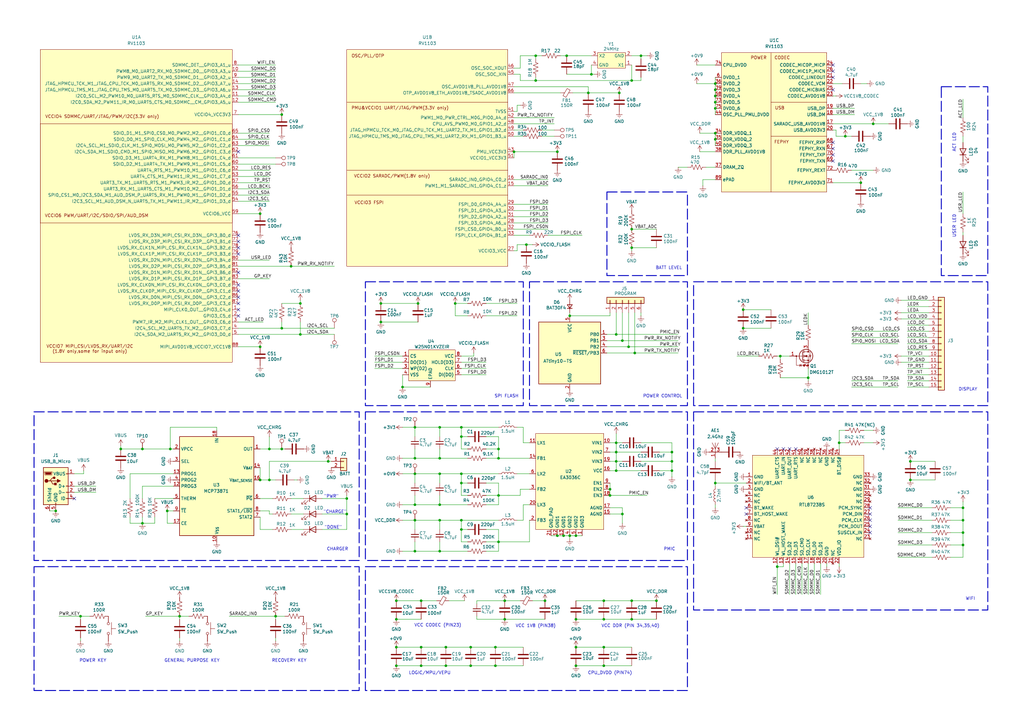
<source format=kicad_sch>
(kicad_sch (version 20231120) (generator "eeschema") (generator_version "8.0")
  (paper "A3")
  (title_block (title "Linux Smartwatch Schematic Diagram") (date "12 Oct 24") (rev "0.0"))
  (junction (at 269.24 246.38))
  (junction (at 186.69 124.46))
  (junction (at 259.08 101.6))
  (junction (at 115.57 46.99))
  (junction (at 189.23 213.36))
  (junction (at 247.65 273.05))
  (junction (at 189.23 194.31))
  (junction (at 204.47 187.96))
  (junction (at 180.34 175.26))
  (junction (at 259.08 33.02))
  (junction (at 320.04 146.05))
  (junction (at 293.37 39.37))
  (junction (at 275.59 193.04))
  (junction (at 204.47 184.15))
  (junction (at 170.18 226.06))
  (junction (at 260.35 144.78))
  (junction (at 394.97 218.44))
  (junction (at 172.72 246.38))
  (junction (at 252.73 181.61))
  (junction (at 204.47 203.2))
  (junction (at 236.22 254))
  (junction (at 262.89 22.86))
  (junction (at 255.27 139.7))
  (junction (at 58.42 214.63))
  (junction (at 257.81 142.24))
  (junction (at 275.59 185.42))
  (junction (at 223.52 246.38))
  (junction (at 170.18 187.96))
  (junction (at 110.49 196.85))
  (junction (at 252.73 189.23))
  (junction (at 232.41 22.86))
  (junction (at 142.24 204.47))
  (junction (at 189.23 217.17))
  (junction (at 293.37 57.15))
  (junction (at 215.9 100.33))
  (junction (at 241.3 38.1))
  (junction (at 358.14 50.8))
  (junction (at 259.08 246.38))
  (junction (at 207.01 254))
  (junction (at 170.18 207.01))
  (junction (at 156.21 124.46))
  (junction (at 156.21 132.08))
  (junction (at 250.19 203.2))
  (junction (at 247.65 254))
  (junction (at 293.37 44.45))
  (junction (at 304.8 127))
  (junction (at 142.24 210.82))
  (junction (at 231.14 219.71))
  (junction (at 203.2 273.05))
  (junction (at 180.34 213.36))
  (junction (at 233.68 219.71))
  (junction (at 189.23 179.07))
  (junction (at 250.19 200.66))
  (junction (at 204.47 222.25))
  (junction (at 180.34 187.96))
  (junction (at 233.68 129.54))
  (junction (at 106.68 196.85))
  (junction (at 22.86 209.55))
  (junction (at 69.85 184.15))
  (junction (at 252.73 193.04))
  (junction (at 182.88 273.05))
  (junction (at 293.37 198.12))
  (junction (at 236.22 273.05))
  (junction (at 394.97 223.52))
  (junction (at 162.56 246.38))
  (junction (at 293.37 41.91))
  (junction (at 394.97 213.36))
  (junction (at 68.58 209.55))
  (junction (at 373.38 189.23))
  (junction (at 180.34 194.31))
  (junction (at 171.45 124.46))
  (junction (at 172.72 265.43))
  (junction (at 346.71 55.88))
  (junction (at 162.56 265.43))
  (junction (at 189.23 175.26))
  (junction (at 58.42 184.15))
  (junction (at 203.2 265.43))
  (junction (at 228.6 219.71))
  (junction (at 373.38 196.85))
  (junction (at 33.02 252.73))
  (junction (at 180.34 207.01))
  (junction (at 247.65 265.43))
  (junction (at 293.37 54.61))
  (junction (at 123.19 137.16))
  (junction (at 106.68 87.63))
  (junction (at 119.38 109.22))
  (junction (at 353.06 74.93))
  (junction (at 318.77 232.41))
  (junction (at 252.73 185.42))
  (junction (at 162.56 273.05))
  (junction (at 73.66 252.73))
  (junction (at 304.8 134.62))
  (junction (at 228.6 62.23))
  (junction (at 115.57 184.15))
  (junction (at 110.49 184.15))
  (junction (at 236.22 265.43))
  (junction (at 275.59 189.23))
  (junction (at 162.56 254))
  (junction (at 236.22 219.71))
  (junction (at 170.18 213.36))
  (junction (at 207.01 246.38))
  (junction (at 247.65 246.38))
  (junction (at 242.57 30.48))
  (junction (at 182.88 265.43))
  (junction (at 293.37 34.29))
  (junction (at 259.08 93.98))
  (junction (at 165.1 158.75))
  (junction (at 394.97 208.28))
  (junction (at 106.68 142.24))
  (junction (at 254 38.1))
  (junction (at 170.18 175.26))
  (junction (at 123.19 124.46))
  (junction (at 331.47 154.94))
  (junction (at 344.17 181.61))
  (junction (at 134.62 189.23))
  (junction (at 189.23 198.12))
  (junction (at 293.37 36.83))
  (junction (at 180.34 226.06))
  (junction (at 219.71 33.02))
  (junction (at 219.71 22.86))
  (junction (at 210.82 62.23))
  (junction (at 113.03 252.73))
  (junction (at 49.53 184.15))
  (junction (at 172.72 273.05))
  (junction (at 255.27 210.82))
  (junction (at 252.73 137.16))
  (junction (at 259.08 254))
  (junction (at 193.04 273.05))
  (junction (at 193.04 265.43))
  (junction (at 170.18 194.31))
  (junction (at 115.57 134.62))
  (no_connect (at 341.63 29.21))
  (no_connect (at 326.39 184.15))
  (no_connect (at 97.79 127))
  (no_connect (at 97.79 99.06))
  (no_connect (at 97.79 129.54))
  (no_connect (at 341.63 60.96))
  (no_connect (at 30.48 204.47))
  (no_connect (at 97.79 96.52))
  (no_connect (at 356.87 210.82))
  (no_connect (at 341.63 36.83))
  (no_connect (at 318.77 184.15))
  (no_connect (at 341.63 66.04))
  (no_connect (at 97.79 62.23))
  (no_connect (at 321.31 184.15))
  (no_connect (at 306.07 210.82))
  (no_connect (at 97.79 111.76))
  (no_connect (at 97.79 116.84))
  (no_connect (at 97.79 124.46))
  (no_connect (at 97.79 104.14))
  (no_connect (at 306.07 208.28))
  (no_connect (at 341.63 31.75))
  (no_connect (at 341.63 58.42))
  (no_connect (at 97.79 101.6))
  (no_connect (at 323.85 184.15))
  (no_connect (at 97.79 121.92))
  (no_connect (at 97.79 119.38))
  (no_connect (at 356.87 218.44))
  (no_connect (at 356.87 215.9))
  (no_connect (at 356.87 208.28))
  (no_connect (at 341.63 26.67))
  (no_connect (at 341.63 63.5))
  (no_connect (at 356.87 213.36))
  (wire (pts (xy 191.77 184.15) (xy 189.23 184.15)))
  (wire (pts (xy 199.39 129.54) (xy 212.09 129.54)))
  (wire (pts (xy 219.71 22.86) (xy 222.25 22.86)))
  (wire (pts (xy 262.89 128.27) (xy 262.89 129.54)))
  (wire (pts (xy 293.37 199.39) (xy 293.37 198.12)))
  (wire (pts (xy 372.11 143.51) (xy 381 143.51)))
  (wire (pts (xy 349.25 138.43) (xy 368.3 138.43)))
  (wire (pts (xy 106.68 191.77) (xy 106.68 196.85)))
  (wire (pts (xy 199.39 184.15) (xy 204.47 184.15)))
  (wire (pts (xy 233.68 219.71) (xy 233.68 220.98)))
  (wire (pts (xy 63.5 212.09) (xy 63.5 214.63)))
  (wire (pts (xy 191.77 222.25) (xy 189.23 222.25)))
  (wire (pts (xy 207.01 246.38) (xy 213.36 246.38)))
  (wire (pts (xy 162.56 273.05) (xy 172.72 273.05)))
  (wire (pts (xy 68.58 209.55) (xy 68.58 214.63)))
  (wire (pts (xy 372.11 138.43) (xy 381 138.43)))
  (wire (pts (xy 210.82 93.98) (xy 224.79 93.98)))
  (wire (pts (xy 293.37 189.23) (xy 293.37 187.96)))
  (wire (pts (xy 97.79 31.75) (xy 113.03 31.75)))
  (wire (pts (xy 97.79 64.77) (xy 113.03 64.77)))
  (wire (pts (xy 180.34 222.25) (xy 180.34 226.06)))
  (wire (pts (xy 228.6 219.71) (xy 231.14 219.71)))
  (wire (pts (xy 170.18 187.96) (xy 180.34 187.96)))
  (wire (pts (xy 341.63 74.93) (xy 353.06 74.93)))
  (wire (pts (xy 219.71 31.75) (xy 219.71 33.02)))
  (wire (pts (xy 368.3 213.36) (xy 382.27 213.36)))
  (wire (pts (xy 182.88 265.43) (xy 193.04 265.43)))
  (wire (pts (xy 153.67 151.13) (xy 165.1 151.13)))
  (wire (pts (xy 369.57 146.05) (xy 381 146.05)))
  (wire (pts (xy 293.37 62.23) (xy 287.02 62.23)))
  (wire (pts (xy 210.82 48.26) (xy 227.33 48.26)))
  (wire (pts (xy 111.76 204.47) (xy 106.68 204.47)))
  (wire (pts (xy 326.39 231.14) (xy 326.39 243.84)))
  (wire (pts (xy 191.77 129.54) (xy 186.69 129.54)))
  (wire (pts (xy 349.25 140.97) (xy 368.3 140.97)))
  (wire (pts (xy 186.69 129.54) (xy 186.69 124.46)))
  (wire (pts (xy 189.23 179.07) (xy 189.23 184.15)))
  (wire (pts (xy 293.37 26.67) (xy 285.75 26.67)))
  (wire (pts (xy 259.08 33.02) (xy 262.89 33.02)))
  (wire (pts (xy 97.79 54.61) (xy 110.49 54.61)))
  (wire (pts (xy 262.89 22.86) (xy 265.43 22.86)))
  (wire (pts (xy 110.49 189.23) (xy 110.49 196.85)))
  (wire (pts (xy 110.49 196.85) (xy 113.03 196.85)))
  (wire (pts (xy 88.9 175.26) (xy 69.85 175.26)))
  (wire (pts (xy 372.11 153.67) (xy 381 153.67)))
  (wire (pts (xy 195.58 254) (xy 207.01 254)))
  (wire (pts (xy 113.03 262.89) (xy 113.03 261.62)))
  (wire (pts (xy 97.79 109.22) (xy 119.38 109.22)))
  (wire (pts (xy 275.59 185.42) (xy 275.59 189.23)))
  (wire (pts (xy 293.37 196.85) (xy 293.37 198.12)))
  (wire (pts (xy 170.18 194.31) (xy 180.34 194.31)))
  (wire (pts (xy 123.19 137.16) (xy 137.16 137.16)))
  (wire (pts (xy 115.57 132.08) (xy 115.57 134.62)))
  (wire (pts (xy 252.73 181.61) (xy 255.27 181.61)))
  (wire (pts (xy 252.73 193.04) (xy 262.89 193.04)))
  (wire (pts (xy 69.85 175.26) (xy 69.85 184.15)))
  (wire (pts (xy 323.85 231.14) (xy 323.85 243.84)))
  (wire (pts (xy 285.75 34.29) (xy 293.37 34.29)))
  (wire (pts (xy 68.58 209.55) (xy 71.12 209.55)))
  (wire (pts (xy 207.01 254) (xy 223.52 254)))
  (wire (pts (xy 232.41 22.86) (xy 242.57 22.86)))
  (wire (pts (xy 342.9 53.34) (xy 341.63 53.34)))
  (wire (pts (xy 320.04 154.94) (xy 331.47 154.94)))
  (wire (pts (xy 236.22 219.71) (xy 238.76 219.71)))
  (wire (pts (xy 180.34 194.31) (xy 189.23 194.31)))
  (wire (pts (xy 204.47 198.12) (xy 199.39 198.12)))
  (wire (pts (xy 97.79 134.62) (xy 115.57 134.62)))
  (wire (pts (xy 250.19 129.54) (xy 233.68 129.54)))
  (wire (pts (xy 97.79 132.08) (xy 107.95 132.08)))
  (wire (pts (xy 252.73 185.42) (xy 262.89 185.42)))
  (wire (pts (xy 252.73 177.8) (xy 252.73 181.61)))
  (wire (pts (xy 170.18 194.31) (xy 170.18 198.12)))
  (wire (pts (xy 170.18 222.25) (xy 170.18 226.06)))
  (wire (pts (xy 242.57 26.67) (xy 242.57 30.48)))
  (wire (pts (xy 170.18 184.15) (xy 170.18 187.96)))
  (wire (pts (xy 214.63 175.26) (xy 214.63 181.61)))
  (wire (pts (xy 252.73 181.61) (xy 252.73 185.42)))
  (wire (pts (xy 189.23 198.12) (xy 189.23 203.2)))
  (wire (pts (xy 218.44 246.38) (xy 223.52 246.38)))
  (wire (pts (xy 189.23 179.07) (xy 191.77 179.07)))
  (wire (pts (xy 33.02 262.89) (xy 33.02 261.62)))
  (wire (pts (xy 394.97 213.36) (xy 389.89 213.36)))
  (wire (pts (xy 219.71 33.02) (xy 259.08 33.02)))
  (wire (pts (xy 342.9 55.88) (xy 346.71 55.88)))
  (wire (pts (xy 339.09 232.41) (xy 339.09 231.14)))
  (wire (pts (xy 189.23 175.26) (xy 189.23 179.07)))
  (wire (pts (xy 344.17 181.61) (xy 346.71 181.61)))
  (wire (pts (xy 231.14 219.71) (xy 233.68 219.71)))
  (wire (pts (xy 189.23 148.59) (xy 199.39 148.59)))
  (wire (pts (xy 204.47 203.2) (xy 213.36 203.2)))
  (wire (pts (xy 293.37 57.15) (xy 293.37 59.69)))
  (wire (pts (xy 259.08 254) (xy 269.24 254)))
  (wire (pts (xy 115.57 134.62) (xy 137.16 134.62)))
  (wire (pts (xy 369.57 130.81) (xy 381 130.81)))
  (wire (pts (xy 213.36 30.48) (xy 210.82 30.48)))
  (wire (pts (xy 394.97 218.44) (xy 394.97 223.52)))
  (wire (pts (xy 232.41 30.48) (xy 242.57 30.48)))
  (wire (pts (xy 250.19 208.28) (xy 255.27 208.28)))
  (wire (pts (xy 189.23 151.13) (xy 199.39 151.13)))
  (wire (pts (xy 210.82 88.9) (xy 224.79 88.9)))
  (wire (pts (xy 318.77 231.14) (xy 318.77 232.41)))
  (wire (pts (xy 97.79 142.24) (xy 106.68 142.24)))
  (wire (pts (xy 255.27 139.7) (xy 278.13 139.7)))
  (wire (pts (xy 233.68 219.71) (xy 236.22 219.71)))
  (wire (pts (xy 193.04 265.43) (xy 203.2 265.43)))
  (wire (pts (xy 250.19 185.42) (xy 252.73 185.42)))
  (wire (pts (xy 49.53 184.15) (xy 58.42 184.15)))
  (wire (pts (xy 259.08 102.87) (xy 259.08 101.6)))
  (wire (pts (xy 259.08 246.38) (xy 269.24 246.38)))
  (wire (pts (xy 97.79 72.39) (xy 110.49 72.39)))
  (wire (pts (xy 250.19 193.04) (xy 252.73 193.04)))
  (wire (pts (xy 110.49 209.55) (xy 106.68 209.55)))
  (wire (pts (xy 234.95 38.1) (xy 241.3 38.1)))
  (wire (pts (xy 394.97 228.6) (xy 389.89 228.6)))
  (wire (pts (xy 59.69 252.73) (xy 73.66 252.73)))
  (wire (pts (xy 213.36 33.02) (xy 213.36 30.48)))
  (wire (pts (xy 275.59 189.23) (xy 275.59 193.04)))
  (wire (pts (xy 262.89 33.02) (xy 262.89 31.75)))
  (wire (pts (xy 180.34 203.2) (xy 180.34 207.01)))
  (wire (pts (xy 115.57 124.46) (xy 123.19 124.46)))
  (wire (pts (xy 106.68 184.15) (xy 110.49 184.15)))
  (wire (pts (xy 275.59 181.61) (xy 275.59 185.42)))
  (wire (pts (xy 302.26 146.05) (xy 311.15 146.05)))
  (wire (pts (xy 170.18 203.2) (xy 170.18 207.01)))
  (wire (pts (xy 170.18 207.01) (xy 180.34 207.01)))
  (wire (pts (xy 247.65 273.05) (xy 259.08 273.05)))
  (wire (pts (xy 331.47 231.14) (xy 331.47 243.84)))
  (wire (pts (xy 20.32 209.55) (xy 22.86 209.55)))
  (wire (pts (xy 132.08 204.47) (xy 142.24 204.47)))
  (wire (pts (xy 119.38 109.22) (xy 137.16 109.22)))
  (wire (pts (xy 73.66 252.73) (xy 73.66 254)))
  (wire (pts (xy 34.29 194.31) (xy 30.48 194.31)))
  (wire (pts (xy 110.49 179.07) (xy 110.49 184.15)))
  (wire (pts (xy 165.1 175.26) (xy 170.18 175.26)))
  (wire (pts (xy 212.09 100.33) (xy 215.9 100.33)))
  (wire (pts (xy 241.3 38.1) (xy 254 38.1)))
  (wire (pts (xy 210.82 53.34) (xy 214.63 53.34)))
  (wire (pts (xy 142.24 204.47) (xy 142.24 210.82)))
  (wire (pts (xy 193.04 273.05) (xy 203.2 273.05)))
  (wire (pts (xy 226.06 219.71) (xy 228.6 219.71)))
  (wire (pts (xy 288.29 73.66) (xy 288.29 76.2)))
  (wire (pts (xy 247.65 265.43) (xy 259.08 265.43)))
  (wire (pts (xy 372.11 125.73) (xy 381 125.73)))
  (wire (pts (xy 213.36 203.2) (xy 213.36 200.66)))
  (wire (pts (xy 191.77 203.2) (xy 189.23 203.2)))
  (wire (pts (xy 106.68 217.17) (xy 111.76 217.17)))
  (wire (pts (xy 394.97 205.74) (xy 394.97 208.28)))
  (wire (pts (xy 255.27 210.82) (xy 255.27 214.63)))
  (wire (pts (xy 58.42 212.09) (xy 58.42 214.63)))
  (wire (pts (xy 180.34 226.06) (xy 191.77 226.06)))
  (wire (pts (xy 358.14 50.8) (xy 364.49 50.8)))
  (wire (pts (xy 229.87 22.86) (xy 232.41 22.86)))
  (wire (pts (xy 110.49 210.82) (xy 111.76 210.82)))
  (wire (pts (xy 97.79 67.31) (xy 113.03 67.31)))
  (wire (pts (xy 341.63 39.37) (xy 342.9 39.37)))
  (wire (pts (xy 97.79 80.01) (xy 110.49 80.01)))
  (wire (pts (xy 199.39 222.25) (xy 204.47 222.25)))
  (wire (pts (xy 293.37 39.37) (xy 293.37 41.91)))
  (wire (pts (xy 259.08 93.98) (xy 269.24 93.98)))
  (wire (pts (xy 262.89 189.23) (xy 275.59 189.23)))
  (wire (pts (xy 394.97 213.36) (xy 394.97 218.44)))
  (wire (pts (xy 252.73 189.23) (xy 250.19 189.23)))
  (wire (pts (xy 346.71 55.88) (xy 349.25 55.88)))
  (wire (pts (xy 204.47 187.96) (xy 204.47 184.15)))
  (wire (pts (xy 372.11 151.13) (xy 381 151.13)))
  (wire (pts (xy 389.89 208.28) (xy 394.97 208.28)))
  (wire (pts (xy 162.56 246.38) (xy 172.72 246.38)))
  (wire (pts (xy 34.29 193.04) (xy 34.29 194.31)))
  (wire (pts (xy 394.97 96.52) (xy 394.97 95.25)))
  (wire (pts (xy 189.23 153.67) (xy 199.39 153.67)))
  (wire (pts (xy 369.57 148.59) (xy 381 148.59)))
  (wire (pts (xy 142.24 217.17) (xy 132.08 217.17)))
  (wire (pts (xy 214.63 181.61) (xy 217.17 181.61)))
  (wire (pts (xy 358.14 181.61) (xy 354.33 181.61)))
  (wire (pts (xy 289.56 68.58) (xy 293.37 68.58)))
  (wire (pts (xy 180.34 175.26) (xy 180.34 179.07)))
  (wire (pts (xy 293.37 36.83) (xy 293.37 39.37)))
  (wire (pts (xy 123.19 132.08) (xy 123.19 137.16)))
  (wire (pts (xy 199.39 187.96) (xy 204.47 187.96)))
  (wire (pts (xy 331.47 128.27) (xy 331.47 133.35)))
  (wire (pts (xy 212.09 100.33) (xy 212.09 102.87)))
  (wire (pts (xy 344.17 232.41) (xy 344.17 231.14)))
  (wire (pts (xy 97.79 26.67) (xy 113.03 26.67)))
  (wire (pts (xy 212.09 175.26) (xy 214.63 175.26)))
  (wire (pts (xy 293.37 31.75) (xy 293.37 34.29)))
  (wire (pts (xy 259.08 22.86) (xy 262.89 22.86)))
  (wire (pts (xy 97.79 59.69) (xy 110.49 59.69)))
  (wire (pts (xy 53.34 212.09) (xy 53.34 214.63)))
  (wire (pts (xy 252.73 128.27) (xy 252.73 137.16)))
  (wire (pts (xy 233.68 128.27) (xy 233.68 129.54)))
  (wire (pts (xy 236.22 273.05) (xy 247.65 273.05)))
  (wire (pts (xy 349.25 156.21) (xy 368.3 156.21)))
  (wire (pts (xy 247.65 254) (xy 259.08 254)))
  (wire (pts (xy 394.97 218.44) (xy 389.89 218.44)))
  (wire (pts (xy 204.47 207.01) (xy 199.39 207.01)))
  (wire (pts (xy 170.18 213.36) (xy 170.18 217.17)))
  (wire (pts (xy 204.47 222.25) (xy 217.17 222.25)))
  (wire (pts (xy 214.63 207.01) (xy 217.17 207.01)))
  (wire (pts (xy 97.79 114.3) (xy 110.49 114.3)))
  (wire (pts (xy 344.17 184.15) (xy 344.17 181.61)))
  (wire (pts (xy 30.48 199.39) (xy 39.37 199.39)))
  (wire (pts (xy 210.82 50.8) (xy 227.33 50.8)))
  (wire (pts (xy 156.21 132.08) (xy 171.45 132.08)))
  (wire (pts (xy 204.47 203.2) (xy 204.47 207.01)))
  (wire (pts (xy 236.22 254) (xy 247.65 254)))
  (wire (pts (xy 215.9 100.33) (xy 218.44 100.33)))
  (wire (pts (xy 73.66 252.73) (xy 77.47 252.73)))
  (wire (pts (xy 142.24 203.2) (xy 142.24 204.47)))
  (wire (pts (xy 260.35 144.78) (xy 278.13 144.78)))
  (wire (pts (xy 212.09 102.87) (xy 210.82 102.87)))
  (wire (pts (xy 189.23 194.31) (xy 204.47 194.31)))
  (wire (pts (xy 53.34 204.47) (xy 53.34 194.31)))
  (wire (pts (xy 93.98 252.73) (xy 113.03 252.73)))
  (wire (pts (xy 342.9 55.88) (xy 342.9 53.34)))
  (wire (pts (xy 213.36 22.86) (xy 219.71 22.86)))
  (wire (pts (xy 210.82 76.2) (xy 224.79 76.2)))
  (wire (pts (xy 63.5 214.63) (xy 58.42 214.63)))
  (wire (pts (xy 180.34 194.31) (xy 180.34 198.12)))
  (wire (pts (xy 165.1 226.06) (xy 170.18 226.06)))
  (wire (pts (xy 119.38 210.82) (xy 124.46 210.82)))
  (wire (pts (xy 252.73 189.23) (xy 255.27 189.23)))
  (wire (pts (xy 373.38 189.23) (xy 383.54 189.23)))
  (wire (pts (xy 373.38 196.85) (xy 383.54 196.85)))
  (wire (pts (xy 106.68 196.85) (xy 110.49 196.85)))
  (wire (pts (xy 349.25 158.75) (xy 368.3 158.75)))
  (wire (pts (xy 358.14 176.53) (xy 354.33 176.53)))
  (wire (pts (xy 241.3 35.56) (xy 241.3 38.1)))
  (wire (pts (xy 110.49 189.23) (xy 134.62 189.23)))
  (wire (pts (xy 97.79 69.85) (xy 110.49 69.85)))
  (wire (pts (xy 53.34 214.63) (xy 58.42 214.63)))
  (wire (pts (xy 203.2 273.05) (xy 214.63 273.05)))
  (wire (pts (xy 257.81 128.27) (xy 257.81 142.24)))
  (wire (pts (xy 270.51 185.42) (xy 275.59 185.42)))
  (wire (pts (xy 180.34 175.26) (xy 189.23 175.26)))
  (wire (pts (xy 321.31 232.41) (xy 318.77 232.41)))
  (wire (pts (xy 97.79 106.68) (xy 110.49 106.68)))
  (wire (pts (xy 135.89 189.23) (xy 134.62 189.23)))
  (wire (pts (xy 248.92 142.24) (xy 257.81 142.24)))
  (wire (pts (xy 293.37 208.28) (xy 293.37 207.01)))
  (wire (pts (xy 293.37 44.45) (xy 293.37 46.99)))
  (wire (pts (xy 255.27 210.82) (xy 250.19 210.82)))
  (wire (pts (xy 304.8 134.62) (xy 316.23 134.62)))
  (wire (pts (xy 394.97 223.52) (xy 389.89 223.52)))
  (wire (pts (xy 97.79 137.16) (xy 123.19 137.16)))
  (wire (pts (xy 210.82 86.36) (xy 224.79 86.36)))
  (wire (pts (xy 349.25 135.89) (xy 368.3 135.89)))
  (wire (pts (xy 255.27 208.28) (xy 255.27 210.82)))
  (wire (pts (xy 257.81 142.24) (xy 278.13 142.24)))
  (wire (pts (xy 320.04 146.05) (xy 323.85 146.05)))
  (wire (pts (xy 97.79 39.37) (xy 113.03 39.37)))
  (wire (pts (xy 153.67 146.05) (xy 165.1 146.05)))
  (wire (pts (xy 210.82 62.23) (xy 228.6 62.23)))
  (wire (pts (xy 331.47 151.13) (xy 331.47 154.94)))
  (wire (pts (xy 194.31 146.05) (xy 194.31 144.78)))
  (wire (pts (xy 250.19 198.12) (xy 250.19 200.66)))
  (wire (pts (xy 213.36 33.02) (xy 219.71 33.02)))
  (wire (pts (xy 259.08 101.6) (xy 269.24 101.6)))
  (wire (pts (xy 172.72 246.38) (xy 179.07 246.38)))
  (wire (pts (xy 250.19 203.2) (xy 250.19 200.66)))
  (wire (pts (xy 123.19 123.19) (xy 123.19 124.46)))
  (wire (pts (xy 199.39 203.2) (xy 204.47 203.2)))
  (wire (pts (xy 180.34 213.36) (xy 180.34 217.17)))
  (wire (pts (xy 180.34 207.01) (xy 191.77 207.01)))
  (wire (pts (xy 204.47 179.07) (xy 204.47 184.15)))
  (wire (pts (xy 217.17 222.25) (xy 217.17 213.36)))
  (wire (pts (xy 214.63 213.36) (xy 214.63 207.01)))
  (wire (pts (xy 275.59 193.04) (xy 275.59 195.58)))
  (wire (pts (xy 341.63 34.29) (xy 345.44 34.29)))
  (wire (pts (xy 115.57 184.15) (xy 116.84 184.15)))
  (wire (pts (xy 372.11 140.97) (xy 381 140.97)))
  (wire (pts (xy 341.63 46.99) (xy 350.52 46.99)))
  (wire (pts (xy 341.63 44.45) (xy 350.52 44.45)))
  (wire (pts (xy 293.37 73.66) (xy 288.29 73.66)))
  (wire (pts (xy 368.3 208.28) (xy 382.27 208.28)))
  (wire (pts (xy 247.65 246.38) (xy 236.22 246.38)))
  (wire (pts (xy 270.51 193.04) (xy 275.59 193.04)))
  (wire (pts (xy 120.65 196.85) (xy 121.92 196.85)))
  (wire (pts (xy 165.1 213.36) (xy 170.18 213.36)))
  (wire (pts (xy 252.73 185.42) (xy 252.73 189.23)))
  (wire (pts (xy 71.12 204.47) (xy 63.5 204.47)))
  (wire (pts (xy 58.42 204.47) (xy 58.42 199.39)))
  (wire (pts (xy 213.36 200.66) (xy 217.17 200.66)))
  (wire (pts (xy 58.42 184.15) (xy 69.85 184.15)))
  (wire (pts (xy 182.88 273.05) (xy 193.04 273.05)))
  (wire (pts (xy 110.49 210.82) (xy 110.49 209.55)))
  (wire (pts (xy 321.31 231.14) (xy 321.31 232.41)))
  (wire (pts (xy 372.11 158.75) (xy 381 158.75)))
  (wire (pts (xy 222.25 53.34) (xy 227.33 53.34)))
  (wire (pts (xy 262.89 181.61) (xy 275.59 181.61)))
  (wire (pts (xy 394.97 40.64) (xy 394.97 48.26)))
  (wire (pts (xy 113.03 254) (xy 113.03 252.73)))
  (wire (pts (xy 210.82 96.52) (xy 217.17 96.52)))
  (wire (pts (xy 293.37 54.61) (xy 287.02 54.61)))
  (wire (pts (xy 331.47 154.94) (xy 331.47 156.21)))
  (wire (pts (xy 165.1 158.75) (xy 165.1 153.67)))
  (wire (pts (xy 170.18 175.26) (xy 180.34 175.26)))
  (wire (pts (xy 132.08 210.82) (xy 142.24 210.82)))
  (wire (pts (xy 33.02 252.73) (xy 36.83 252.73)))
  (wire (pts (xy 203.2 265.43) (xy 214.63 265.43)))
  (wire (pts (xy 119.38 217.17) (xy 124.46 217.17)))
  (wire (pts (xy 186.69 124.46) (xy 191.77 124.46)))
  (wire (pts (xy 394.97 208.28) (xy 394.97 213.36)))
  (wire (pts (xy 210.82 62.23) (xy 210.82 64.77)))
  (wire (pts (xy 142.24 217.17) (xy 142.24 210.82)))
  (wire (pts (xy 97.79 29.21) (xy 113.03 29.21)))
  (wire (pts (xy 189.23 198.12) (xy 191.77 198.12)))
  (wire (pts (xy 210.82 73.66) (xy 224.79 73.66)))
  (wire (pts (xy 212.09 194.31) (xy 217.17 194.31)))
  (wire (pts (xy 97.79 36.83) (xy 113.03 36.83)))
  (wire (pts (xy 368.3 218.44) (xy 382.27 218.44)))
  (wire (pts (xy 30.48 201.93) (xy 39.37 201.93)))
  (wire (pts (xy 58.42 199.39) (xy 71.12 199.39)))
  (wire (pts (xy 97.79 41.91) (xy 113.03 41.91)))
  (wire (pts (xy 219.71 24.13) (xy 219.71 22.86)))
  (wire (pts (xy 204.47 222.25) (xy 204.47 226.06)))
  (wire (pts (xy 262.89 22.86) (xy 262.89 24.13)))
  (wire (pts (xy 189.23 217.17) (xy 189.23 222.25)))
  (wire (pts (xy 71.12 214.63) (xy 68.58 214.63)))
  (wire (pts (xy 210.82 35.56) (xy 241.3 35.56)))
  (wire (pts (xy 165.1 187.96) (xy 170.18 187.96)))
  (wire (pts (xy 368.3 228.6) (xy 382.27 228.6)))
  (wire (pts (xy 210.82 91.44) (xy 224.79 91.44)))
  (wire (pts (xy 212.09 213.36) (xy 214.63 213.36)))
  (wire (pts (xy 210.82 55.88) (xy 214.63 55.88)))
  (wire (pts (xy 318.77 232.41) (xy 318.77 243.84)))
  (wire (pts (xy 162.56 265.43) (xy 172.72 265.43)))
  (wire (pts (xy 222.25 55.88) (xy 227.33 55.88)))
  (wire (pts (xy 304.8 127) (xy 316.23 127)))
  (wire (pts (xy 369.57 128.27) (xy 381 128.27)))
  (wire (pts (xy 180.34 184.15) (xy 180.34 187.96)))
  (wire (pts (xy 24.13 252.73) (xy 33.02 252.73)))
  (wire (pts (xy 165.1 207.01) (xy 170.18 207.01)))
  (wire (pts (xy 250.19 128.27) (xy 250.19 129.54)))
  (wire (pts (xy 153.67 148.59) (xy 165.1 148.59)))
  (wire (pts (xy 369.57 123.19) (xy 381 123.19)))
  (wire (pts (xy 156.21 124.46) (xy 171.45 124.46)))
  (wire (pts (xy 199.39 124.46) (xy 212.09 124.46)))
  (wire (pts (xy 248.92 144.78) (xy 260.35 144.78)))
  (wire (pts (xy 176.53 158.75) (xy 165.1 158.75)))
  (wire (pts (xy 195.58 246.38) (xy 207.01 246.38)))
  (wire (pts (xy 293.37 54.61) (xy 293.37 57.15)))
  (wire (pts (xy 394.97 55.88) (xy 394.97 58.42)))
  (wire (pts (xy 318.77 146.05) (xy 320.04 146.05)))
  (wire (pts (xy 195.58 252.73) (xy 195.58 254)))
  (wire (pts (xy 172.72 273.05) (xy 182.88 273.05)))
  (wire (pts (xy 165.1 194.31) (xy 170.18 194.31)))
  (wire (pts (xy 341.63 50.8) (xy 358.14 50.8)))
  (wire (pts (xy 252.73 137.16) (xy 278.13 137.16)))
  (wire (pts (xy 372.11 156.21) (xy 381 156.21)))
  (wire (pts (xy 189.23 175.26) (xy 204.47 175.26)))
  (wire (pts (xy 113.03 252.73) (xy 116.84 252.73)))
  (wire (pts (xy 236.22 265.43) (xy 247.65 265.43)))
  (wire (pts (xy 204.47 198.12) (xy 204.47 203.2)))
  (wire (pts (xy 106.68 217.17) (xy 106.68 212.09)))
  (wire (pts (xy 212.09 43.18) (xy 212.09 45.72)))
  (wire (pts (xy 293.37 41.91) (xy 293.37 44.45)))
  (wire (pts (xy 293.37 34.29) (xy 293.37 36.83)))
  (wire (pts (xy 368.3 223.52) (xy 382.27 223.52)))
  (wire (pts (xy 210.82 38.1) (xy 229.87 38.1)))
  (wire (pts (xy 204.47 179.07) (xy 199.39 179.07)))
  (wire (pts (xy 304.8 215.9) (xy 306.07 215.9)))
  (wire (pts (xy 189.23 146.05) (xy 194.31 146.05)))
  (wire (pts (xy 180.34 187.96) (xy 191.77 187.96)))
  (wire (pts (xy 394.97 223.52) (xy 394.97 228.6)))
  (wire (pts (xy 204.47 187.96) (xy 217.17 187.96)))
  (wire (pts (xy 212.09 45.72) (xy 210.82 45.72)))
  (wire (pts (xy 110.49 184.15) (xy 115.57 184.15)))
  (wire (pts (xy 170.18 213.36) (xy 180.34 213.36)))
  (wire (pts (xy 184.15 246.38) (xy 190.5 246.38)))
  (wire (pts (xy 346.71 176.53) (xy 344.17 176.53)))
  (wire (pts (xy 224.79 96.52) (xy 238.76 96.52)))
  (wire (pts (xy 33.02 252.73) (xy 33.02 254)))
  (wire (pts (xy 394.97 78.74) (xy 394.97 87.63)))
  (wire (pts (xy 320.04 147.32) (xy 320.04 146.05)))
  (wire (pts (xy 243.84 30.48) (xy 242.57 30.48)))
  (wire (pts (xy 334.01 231.14) (xy 334.01 243.84)))
  (wire (pts (xy 97.79 77.47) (xy 110.49 77.47)))
  (wire (pts (xy 69.85 184.15) (xy 71.12 184.15)))
  (wire (pts (xy 189.23 213.36) (xy 204.47 213.36)))
  (wire (pts (xy 252.73 189.23) (xy 252.73 193.04)))
  (wire (pts (xy 189.23 194.31) (xy 189.23 198.12)))
  (wire (pts (xy 204.47 217.17) (xy 204.47 222.25)))
  (wire (pts (xy 278.13 68.58) (xy 281.94 68.58)))
  (wire (pts (xy 250.19 181.61) (xy 252.73 181.61)))
  (wire (pts (xy 189.23 217.17) (xy 191.77 217.17)))
  (wire (pts (xy 250.19 203.2) (xy 265.43 203.2)))
  (wire (pts (xy 53.34 194.31) (xy 71.12 194.31)))
  (wire (pts (xy 97.79 74.93) (xy 110.49 74.93)))
  (wire (pts (xy 97.79 57.15) (xy 110.49 57.15)))
  (wire (pts (xy 162.56 254) (xy 172.72 254)))
  (wire (pts (xy 97.79 46.99) (xy 115.57 46.99)))
  (wire (pts (xy 119.38 204.47) (xy 124.46 204.47)))
  (wire (pts (xy 170.18 175.26) (xy 170.18 179.07)))
  (wire (pts (xy 213.36 22.86) (xy 213.36 27.94)))
  (wire (pts (xy 170.18 226.06) (xy 180.34 226.06)))
  (wire (pts (xy 213.36 43.18) (xy 212.09 43.18)))
  (wire (pts (xy 328.93 231.14) (xy 328.93 243.84)))
  (wire (pts (xy 248.92 139.7) (xy 255.27 139.7)))
  (wire (pts (xy 372.11 135.89) (xy 381 135.89)))
  (wire (pts (xy 213.36 27.94) (xy 210.82 27.94)))
  (wire (pts (xy 189.23 213.36) (xy 189.23 217.17)))
  (wire (pts (xy 247.65 246.38) (xy 259.08 246.38)))
  (wire (pts (xy 336.55 231.14) (xy 336.55 243.84)))
  (wire (pts (xy 293.37 198.12) (xy 306.07 198.12)))
  (wire (pts (xy 172.72 265.43) (xy 182.88 265.43)))
  (wire (pts (xy 372.11 133.35) (xy 381 133.35)))
  (wire (pts (xy 195.58 246.38) (xy 195.58 247.65)))
  (wire (pts (xy 97.79 34.29) (xy 113.03 34.29)))
  (wire (pts (xy 248.92 137.16) (xy 252.73 137.16)))
  (wire (pts (xy 259.08 26.67) (xy 259.08 33.02)))
  (wire (pts (xy 349.25 69.85) (xy 358.14 69.85)))
  (wire (pts (xy 97.79 87.63) (xy 106.68 87.63)))
  (wire (pts (xy 199.39 217.17) (xy 204.47 217.17)))
  (wire (pts (xy 260.35 128.27) (xy 260.35 144.78)))
  (wire (pts (xy 204.47 226.06) (xy 199.39 226.06)))
  (wire (pts (xy 210.82 83.82) (xy 224.79 83.82)))
  (wire (pts (xy 344.17 176.53) (xy 344.17 181.61)))
  (wire (pts (xy 97.79 82.55) (xy 110.49 82.55)))
  (wire (pts (xy 255.27 128.27) (xy 255.27 139.7)))
  (wire (pts (xy 49.53 182.88) (xy 49.53 184.15)))
  (wire (pts (xy 180.34 213.36) (xy 189.23 213.36)))
  (wire (pts (xy 73.66 262.89) (xy 73.66 261.62)))
  (wire (pts (xy 88.9 175.26) (xy 88.9 176.53)))
  (wire (pts (xy 355.6 34.29) (xy 353.06 34.29)))
  (rectangle (start 149.86 232.41) (end 281.94 283.21) (stroke (width 0.381) (type dash)))
  (rectangle (start 13.97 168.91) (end 147.32 229.87) (stroke (width 0.381) (type dash)))
  (rectangle (start 149.86 115.57) (end 214.63 166.37) (stroke (width 0.381) (type dash)))
  (rectangle (start 13.97 232.41) (end 147.32 283.21) (stroke (width 0.381) (type dash)))
  (rectangle (start 217.17 115.57) (end 281.94 166.37) (stroke (width 0.381) (type dash)))
  (rectangle (start 405.13 35.56) (end 386.08 113.03) (stroke (width 0.381) (type dash)))
  (rectangle (start 284.48 115.57) (end 405.13 166.37) (stroke (width 0.381) (type dash)))
  (rectangle (start 149.86 168.91) (end 281.94 229.87) (stroke (width 0.381) (type dash)))
  (rectangle (start 248.92 78.74) (end 281.94 113.03) (stroke (width 0.381) (type dash)))
  (rectangle (start 284.48 168.91) (end 405.13 250.19) (stroke (width 0.381) (type dash)))
  (text "\"DONE\"" (at 136.652 216.408 0) (effects (font (size 1.27 1.27))))
  (text "POWER CONTROL" (at 271.78 162.56 0) (effects (font (size 1.27 1.27))))
  (text "LOGIC/MPU/VEPU" (at 176.276 276.098 0) (effects (font (size 1.27 1.27))))
  (text "ACT LED\n" (at 391.414 58.42 90) (effects (font (size 1.27 1.27))))
  (text "\"PWR\"" (at 135.89 203.708 0) (effects (font (size 1.27 1.27))))
  (text "GENERAL PURPOSE KEY" (at 78.74 271.018 0) (effects (font (size 1.27 1.27))))
  (text "CPU_DVDD (PIN74)" (at 250.19 276.098 0) (effects (font (size 1.27 1.27))))
  (text "VCC CODEC (PIN23)" (at 179.578 256.54 0) (effects (font (size 1.27 1.27))))
  (text "\"CHARGE\"" (at 137.414 210.058 0) (effects (font (size 1.27 1.27))))
  (text "RECOVERY KEY" (at 118.618 271.018 0) (effects (font (size 1.27 1.27))))
  (text "WIFI" (at 398.018 245.618 0) (effects (font (size 1.27 1.27))))
  (text "CHARGER" (at 138.43 225.298 0) (effects (font (size 1.27 1.27))))
  (text "SPI FLASH" (at 207.772 162.56 0) (effects (font (size 1.27 1.27))))
  (text "BATT LEVEL" (at 274.32 109.982 0) (effects (font (size 1.27 1.27))))
  (text "DISPLAY" (at 397.002 159.766 0) (effects (font (size 1.27 1.27))))
  (text "USER LED\n" (at 391.414 92.71 90) (effects (font (size 1.27 1.27))))
  (text "VCC DDR (PIN 34,35,40)" (at 258.572 256.794 0) (effects (font (size 1.27 1.27))))
  (text "PMIC" (at 274.574 225.298 0) (effects (font (size 1.27 1.27))))
  (text "TODO:\n-CHECK WAKEUP LINE (GPIO1_A)\nPWR_TX_NOTIFY\n-ADD BLUETOOTH\n-ADD WIFI\n-RENAME VCC5V0_SYS TO XXX\n-change 1uf to 0201\n-add RTC\n" (at -46.99 223.52 0) (effects (font (size 1.778 1.778)) (justify left)))
  (text "VCC 1V8 (PIN38)" (at 219.71 256.794 0) (effects (font (size 1.27 1.27))))
  (text "POWER KEY" (at 38.1 271.018 0) (effects (font (size 1.27 1.27))))
  (label "TP_RST" (at 104.14 74.93 0))
  (label "SPI0_MOSI" (at 349.25 140.97 0))
  (label "SDMMC_D2" (at 102.87 34.29 0))
  (label "TP_VCI" (at 372.11 146.05 0))
  (label "PWR_KEY" (at 270.51 142.24 0))
  (label "SPI0_CLK" (at 101.6 57.15 0))
  (label "FSPI_D1" (at 217.17 86.36 0))
  (label "SDMMC_D1" (at 102.87 31.75 0))
  (label "LCD_RES" (at 372.11 143.51 0))
  (label "GP_KEY" (at 104.14 114.3 0))
  (label "SARADC_IN0" (at 93.98 252.73 0))
  (label "PWR_KEY" (at 24.13 252.73 0))
  (label "SDMMC_D0" (at 334.01 243.84 90))
  (label "I2C3_SCL" (at 349.25 158.75 0))
  (label "I2C3_SDA" (at 349.25 156.21 0))
  (label "USR_LED" (at 394.97 78.74 270))
  (label "LCD_SCL" (at 372.11 138.43 0))
  (label "SPI0_MOSI" (at 100.33 59.69 0))
  (label "LCD_SDA" (at 372.11 140.97 0))
  (label "TP_INT" (at 372.11 153.67 0))
  (label "SPI0_CS0" (at 349.25 135.89 0))
  (label "SDMMC_D3" (at 378.46 223.52 180))
  (label "SDMMC_CLK" (at 331.47 243.84 90))
  (label "WIFI_EN" (at 105.41 26.67 0))
  (label "VBAT_ADC" (at 260.35 93.98 0))
  (label "USB_DM" (at 31.75 201.93 0))
  (label "ACT_LED" (at 394.97 40.64 270))
  (label "USB_DM" (at 342.9 46.99 0))
  (label "LED_GND" (at 372.11 123.19 0))
  (label "TP_GND" (at 372.11 148.59 0))
  (label "SDMMC_D2" (at 323.85 243.84 90))
  (label "FSPI_D3" (at 204.47 124.46 0))
  (label "SDMMC_CMD" (at 101.6 41.91 0))
  (label "SDMMC_D0" (at 102.87 29.21 0))
  (label "I2C3_SDA" (at 101.6 80.01 0))
  (label "FSPI_CS0N" (at 214.63 93.98 0))
  (label "TP_SDA" (at 372.11 156.21 0))
  (label "FSPI_D2" (at 204.47 129.54 0))
  (label "ACT_LED" (at 100.33 132.08 0))
  (label "SDMMC_D3" (at 102.87 36.83 0))
  (label "USB_DP" (at 342.9 44.45 0))
  (label "LCD_BCKL" (at 302.26 146.05 0))
  (label "PWR_RX_NOTIFY" (at 264.16 139.7 0))
  (label "TP_RST" (at 372.11 151.13 0))
  (label "SDMMC_D2" (at 378.46 218.44 180))
  (label "LCD_SDA" (at 360.68 140.97 0))
  (label "PWR_RX_NOTIFY" (at 121.92 109.22 0))
  (label "FSPI_D3" (at 191.77 148.59 0))
  (label "I2C4_SDA" (at 125.73 137.16 0))
  (label "FSPI_D1" (at 153.67 148.59 0))
  (label "LCD_VDD" (at 372.11 130.81 0))
  (label "SDMMC_D3" (at 326.39 243.84 90))
  (label "TP_SCL" (at 372.11 158.75 0))
  (label "TP_SDA" (at 361.95 156.21 0))
  (label "USR_LED" (at 102.87 106.68 0))
  (label "LCD_CS" (at 361.95 135.89 0))
  (label "LCD_DC" (at 104.14 72.39 0))
  (label "FSPI_D2" (at 217.17 88.9 0))
  (label "FSPI_D0" (at 217.17 83.82 0))
  (label "WIFI_EN" (at 318.77 243.84 90))
  (label "FSPI_D2" (at 153.67 151.13 0))
  (label "LCD_BCKL" (at 101.6 77.47 0))
  (label "PMIC_EN" (at 270.51 137.16 0))
  (label "SDMMC_D1" (at 378.46 213.36 180))
  (label "SPI0_CS0" (at 101.6 54.61 0))
  (label "FSPI_CS0N" (at 153.67 146.05 0))
  (label "LCD_SCL" (at 360.68 138.43 0))
  (label "I2C3_SCL" (at 101.6 82.55 0))
  (label "FSPI_D3" (at 217.17 91.44 0))
  (label "SDMMC_CMD" (at 328.93 243.84 90))
  (label "FSPI_CLK" (at 190.5 151.13 0))
  (label "VBAT_ADC" (at 215.9 76.2 0))
  (label "LEDK" (at 372.11 125.73 0))
  (label "GP_KEY" (at 59.69 252.73 0))
  (label "LCD_CS" (at 372.11 135.89 0))
  (label "SDMMC_CLK" (at 101.6 39.37 0))
  (label "LEDA" (at 372.11 128.27 0))
  (label "LCD_RES" (at 102.87 69.85 0))
  (label "TP_INT" (at 220.98 50.8 0))
  (label "FSPI_D0" (at 191.77 153.67 0))
  (label "TP_SCL" (at 361.95 158.75 0))
  (label "SARADC_IN0" (at 213.36 73.66 0))
  (label "I2C4_SCL" (at 125.73 134.62 0))
  (label "PWR_TX_NOTIFY" (at 264.16 144.78 0))
  (label "SDMMC_CMD" (at 379.73 228.6 180))
  (label "SDMMC_D0" (at 378.46 208.28 180))
  (label "LCD_DC" (at 372.11 133.35 0))
  (label "USB_DP" (at 31.75 199.39 0))
  (label "SPI0_CLK" (at 349.25 138.43 0))
  (label "LEDK" (at 331.47 133.35 90))
  (label "FSPI_CLK" (at 229.87 96.52 0))
  (label "PMIC_EN" (at 257.81 203.2 0))
  (label "SDMMC_D1" (at 336.55 243.84 90))
  (label "PWR_TX_NOTIFY" (at 212.09 48.26 0))
  (symbol (lib_id "power:+1V0") (at 236.22 265.43 0) (unit 1)
    (property "Reference" "#PWR020" (effects (hide yes)))
    (property "Value" "+0V9" (at 235.966 261.874 0))
    (property "Description" "Power symbol creates a global label with name \"+3V3\"" (effects (hide yes)))
  )
  (symbol (lib_id "Device:LED") (at 128.27 217.17 0) (unit 1)
    (property "Reference" "D3" (at 125.984 214.63 0))
    (property "Value" "LED" (at 130.81 214.63 0))
    (property "Footprint" "LED_SMD:LED_0201_0603Metric" (effects (hide yes)))
    (property "Description" "Light emitting diode" (effects (hide yes)))
  )
  (symbol (lib_id "Device:R_US") (at 63.5 208.28 180) (unit 1)
    (property "Reference" "R26" (at 61.468 210.566 90))
    (property "Value" "10K" (at 61.468 205.74 90))
    (property "Footprint" "Resistor_SMD:R_0201_0603Metric" (effects (hide yes)))
    (property "Description" "Resistor, US symbol" (effects (hide yes)))
  )
  (symbol (lib_id "Device:L") (at 208.28 194.31 90) (unit 1)
    (property "Reference" "L2" (at 208.28 192.278 90))
    (property "Value" "1.5uH" (at 208.28 195.834 90))
    (property "Footprint" "Inductor_SMD:L_1008_2520Metric" (effects (hide yes)))
    (property "Description" "Inductor" (effects (hide yes)))
  )
  (symbol (lib_id "Transistor_FET:DMG1012T") (at 328.93 146.05 0) (unit 1)
    (property "Reference" "Q1" (at 332.232 150.114 0) (effects (justify left)))
    (property "Value" "DMG1012T" (at 331.978 152.654 0) (effects (justify left)))
    (property "Footprint" "Package_TO_SOT_SMD:SOT-523" (effects (hide yes)))
    (property "Datasheet" "https://www.diodes.com/assets/Datasheets/ds31783.pdf" (effects (hide yes)))
    (property "Description" "20V Vds, 0.63 Id, N-Channel MOSFET with ESD protection, SOT-523" (effects (hide yes)))
  )
  (symbol (lib_id "Device:R_US") (at 219.71 27.94 180) (unit 1)
    (property "Reference" "R18" (at 217.424 29.718 90))
    (property "Value" "1M" (at 217.424 25.4 90))
    (property "Footprint" "Resistor_SMD:R_0201_0603Metric" (effects (hide yes)))
    (property "Description" "Resistor, US symbol" (effects (hide yes)))
  )
  (symbol (lib_id "power:Earth") (at 73.66 262.89 0) (unit 1)
    (property "Reference" "#PWR093" (effects (hide yes)))
    (property "Value" "GND" (at 75.692 266.954 0) (effects (justify right)))
    (property "Description" "Power symbol creates a global label with name \"Earth\"" (effects (hide yes)))
  )
  (symbol (lib_id "Device:C") (at 236.22 269.24 0) (unit 1)
    (property "Reference" "C23" (at 240.792 268.224 0))
    (property "Value" "10uF" (at 241.3 270.002 0))
    (property "Footprint" "Capacitor_SMD:C_0402_1005Metric" (effects (hide yes)))
    (property "Description" "Unpolarized capacitor" (effects (hide yes)))
  )
  (symbol (lib_id "Device:R_US") (at 314.96 146.05 90) (unit 1)
    (property "Reference" "R27" (at 315.214 141.732 90))
    (property "Value" "1K" (at 314.452 143.764 90))
    (property "Footprint" "Resistor_SMD:R_0201_0603Metric" (effects (hide yes)))
    (property "Description" "Resistor, US symbol" (effects (hide yes)))
  )
  (symbol (lib_id "Device:R_US") (at 220.98 96.52 90) (unit 1)
    (property "Reference" "R9" (at 216.916 95.25 90))
    (property "Value" "22R" (at 225.044 95.25 90))
    (property "Footprint" "Resistor_SMD:R_0201_0603Metric" (effects (hide yes)))
    (property "Description" "Resistor, US symbol" (effects (hide yes)))
  )
  (symbol (lib_id "Device:C") (at 353.06 55.88 270) (unit 1)
    (property "Reference" "C42" (at 353.06 59.69 90))
    (property "Value" "100nF" (at 353.314 61.722 90))
    (property "Footprint" "Capacitor_SMD:C_0201_0603Metric" (effects (hide yes)))
    (property "Description" "Unpolarized capacitor" (effects (hide yes)))
  )
  (symbol (lib_id "power:+3V8") (at 171.45 124.46 0) (unit 1)
    (property "Reference" "#PWR014" (effects (hide yes)))
    (property "Value" "VCCIO_FLASH" (at 171.45 120.65 0))
    (property "Description" "Power symbol creates a global label with name \"VCCIO_FLASH\"" (effects (hide yes)))
  )
  (symbol (lib_id "power:Earth") (at 293.37 208.28 0) (unit 1)
    (property "Reference" "#PWR0115" (effects (hide yes)))
    (property "Value" "GND" (at 295.402 212.344 0) (effects (justify right)))
    (property "Description" "Power symbol creates a global label with name \"Earth\"" (effects (hide yes)))
  )
  (symbol (lib_id "Device:C") (at 73.66 257.81 180) (unit 1)
    (property "Reference" "C54" (at 78.486 256.794 0))
    (property "Value" "100nF" (at 79.502 259.08 0))
    (property "Footprint" "Capacitor_SMD:C_0201_0603Metric" (effects (hide yes)))
    (property "Description" "Unpolarized capacitor" (effects (hide yes)))
  )
  (symbol (lib_id "power:Earth") (at 394.97 104.14 0) (unit 1)
    (property "Reference" "#PWR078" (effects (hide yes)))
    (property "Value" "GND" (at 397.002 108.204 0) (effects (justify right)))
    (property "Description" "Power symbol creates a global label with name \"Earth\"" (effects (hide yes)))
  )
  (symbol (lib_id "Device:R_US") (at 120.65 252.73 90) (unit 1)
    (property "Reference" "R21" (at 120.65 247.904 90))
    (property "Value" "100R" (at 120.65 250.19 90))
    (property "Footprint" "Resistor_SMD:R_0201_0603Metric" (effects (hide yes)))
    (property "Description" "Resistor, US symbol" (effects (hide yes)))
  )
  (symbol (lib_id "power:+5V") (at 252.73 177.8 0) (unit 1)
    (property "Reference" "#PWR013" (effects (hide yes)))
    (property "Value" "VCC_CHRG" (at 252.73 173.99 0))
    (property "Description" "Power symbol creates a global label with name \"+5V\"" (effects (hide yes)))
  )
  (symbol (lib_id "Device:LED") (at 394.97 62.23 90) (unit 1)
    (property "Reference" "D4" (at 400.304 61.722 0))
    (property "Value" "LED" (at 398.272 62.23 0))
    (property "Footprint" "LED_SMD:LED_0201_0603Metric" (effects (hide yes)))
    (property "Description" "Light emitting diode" (effects (hide yes)))
  )
  (symbol (lib_id "Connector:USB_B_Micro") (at 22.86 199.39 0) (unit 1)
    (property "Reference" "J1" (at 22.86 186.69 0))
    (property "Value" "USB_B_Micro" (at 22.86 189.23 0))
    (property "Footprint" "Connector_USB:USB_Micro-B_Molex_47346-0001" (effects (hide yes)))
    (property "Description" "USB Micro Type B connector" (effects (hide yes)))
  )
  (symbol (lib_id "Device:R_US") (at 386.08 228.6 90) (unit 1)
    (property "Reference" "R40" (at 383.794 226.314 90))
    (property "Value" "47K" (at 387.858 226.314 90))
    (property "Footprint" "Resistor_SMD:R_0201_0603Metric" (effects (hide yes)))
    (property "Description" "Resistor, US symbol" (effects (hide yes)))
  )
  (symbol (lib_id "Device:R_US") (at 350.52 181.61 90) (unit 1)
    (property "Reference" "R42" (at 348.234 179.324 90))
    (property "Value" "47K" (at 352.806 179.324 90))
    (property "Footprint" "Resistor_SMD:R_0201_0603Metric" (effects (hide yes)))
    (property "Description" "Resistor, US symbol" (effects (hide yes)))
  )
  (symbol (lib_id "power:Earth") (at 213.36 43.18 90) (unit 1)
    (property "Reference" "#PWR068" (effects (hide yes)))
    (property "Value" "GND" (at 217.424 41.148 0) (effects (justify right)))
    (property "Description" "Power symbol creates a global label with name \"Earth\"" (effects (hide yes)))
  )
  (symbol (lib_id "Connector:TestPoint") (at 227.33 53.34 270) (unit 1)
    (property "Reference" "TP5" (at 231.902 53.34 90) (effects (justify left)))
    (property "Value" "TestPoint" (effects (hide yes)))
    (property "Footprint" "ildus_footprints:TP" (effects (hide yes)))
    (property "Description" "test point" (effects (hide yes)))
  )
  (symbol (lib_id "power:Earth") (at 135.89 191.77 0) (unit 1)
    (property "Reference" "#PWR084" (effects (hide yes)))
    (property "Value" "GND" (at 137.922 195.834 0) (effects (justify right)))
    (property "Description" "Power symbol creates a global label with name \"Earth\"" (effects (hide yes)))
  )
  (symbol (lib_id "Device:C_Small") (at 180.34 200.66 0) (unit 1)
    (property "Reference" "C5" (at 182.118 199.644 0) (effects (justify left)))
    (property "Value" "4.7uF" (at 182.118 201.422 0) (effects (justify left)))
    (property "Footprint" "Capacitor_SMD:C_0201_0603Metric" (effects (hide yes)))
    (property "Description" "Unpolarized capacitor, small symbol" (effects (hide yes)))
  )
  (symbol (lib_id "power:Earth") (at 85.09 262.89 0) (unit 1)
    (property "Reference" "#PWR094" (effects (hide yes)))
    (property "Value" "GND" (at 87.122 266.954 0) (effects (justify right)))
    (property "Description" "Power symbol creates a global label with name \"Earth\"" (effects (hide yes)))
  )
  (symbol (lib_id "power:+1V35") (at 342.9 39.37 270) (unit 1)
    (property "Reference" "#PWR048" (effects (hide yes)))
    (property "Value" "VCC1V8_CODEC" (at 353.314 39.37 90))
    (property "Description" "Power symbol creates a global label with name \"+1V35\"" (effects (hide yes)))
  )
  (symbol (lib_id "Device:C") (at 171.45 128.27 0) (unit 1)
    (property "Reference" "C15" (at 175.768 127.254 0))
    (property "Value" "1uF" (at 175.768 129.286 0))
    (property "Footprint" "Capacitor_SMD:C_0201_0603Metric" (effects (hide yes)))
    (property "Description" "Unpolarized capacitor" (effects (hide yes)))
  )
  (symbol (lib_id "Device:C") (at 304.8 130.81 180) (unit 1)
    (property "Reference" "C52" (at 309.626 129.794 0))
    (property "Value" "100nF" (at 310.642 132.08 0))
    (property "Footprint" "Capacitor_SMD:C_0201_0603Metric" (effects (hide yes)))
    (property "Description" "Unpolarized capacitor" (effects (hide yes)))
  )
  (symbol (lib_id "Device:R_US") (at 394.97 91.44 0) (unit 1)
    (property "Reference" "R25" (at 399.542 91.186 90))
    (property "Value" "1K" (at 397.51 90.424 90))
    (property "Footprint" "Resistor_SMD:R_0201_0603Metric" (effects (hide yes)))
    (property "Description" "Resistor, US symbol" (effects (hide yes)))
  )
  (symbol (lib_id "power:Earth") (at 339.09 232.41 0) (unit 1)
    (property "Reference" "#PWR095" (effects (hide yes)))
    (property "Value" "GND" (at 341.122 236.22 0) (effects (justify right)))
    (property "Description" "Power symbol creates a global label with name \"Earth\"" (effects (hide yes)))
  )
  (symbol (lib_id "power:+1V8") (at 254 38.1 0) (unit 1)
    (property "Reference" "#PWR067" (effects (hide yes)))
    (property "Value" "VCC_1V8" (at 254 34.29 0))
    (property "Description" "Power symbol creates a global label with name \"+1V8\"" (effects (hide yes)))
  )
  (symbol (lib_id "power:+3V3") (at 304.8 127 0) (unit 1)
    (property "Reference" "#PWR092" (effects (hide yes)))
    (property "Value" "+3V3" (at 304.8 123.444 0))
    (property "Description" "Power symbol creates a global label with name \"+3V3\"" (effects (hide yes)))
  )
  (symbol (lib_id "Device:C") (at 113.03 257.81 180) (unit 1)
    (property "Reference" "C36" (at 117.856 256.794 0))
    (property "Value" "100nF" (at 118.872 259.08 0))
    (property "Footprint" "Capacitor_SMD:C_0201_0603Metric" (effects (hide yes)))
    (property "Description" "Unpolarized capacitor" (effects (hide yes)))
  )
  (symbol (lib_id "Device:R_US") (at 259.08 90.17 180) (unit 1)
    (property "Reference" "R19" (at 254.508 90.424 90))
    (property "Value" "200K" (at 256.794 90.424 90))
    (property "Footprint" "Resistor_SMD:R_0201_0603Metric" (effects (hide yes)))
    (property "Description" "Resistor, US symbol" (effects (hide yes)))
  )
  (symbol (lib_id "power:+3V3") (at 369.57 128.27 90) (unit 1)
    (property "Reference" "#PWR087" (effects (hide yes)))
    (property "Value" "+3V3" (at 365.76 128.2699 90) (effects (justify left)))
    (property "Description" "Power symbol creates a global label with name \"+3V3\"" (effects (hide yes)))
  )
  (symbol (lib_id "Device:R_US") (at 218.44 53.34 90) (unit 1)
    (property "Reference" "R34" (at 214.122 52.07 90))
    (property "Value" "100" (at 222.504 52.324 90))
    (property "Footprint" "Resistor_SMD:R_0201_0603Metric" (effects (hide yes)))
    (property "Description" "Resistor, US symbol" (effects (hide yes)))
  )
  (symbol (lib_id "power:Earth") (at 356.87 195.58 90) (unit 1)
    (property "Reference" "#PWR08" (effects (hide yes)))
    (property "Value" "GND" (at 360.934 193.548 0) (effects (justify right)))
    (property "Description" "Power symbol creates a global label with name \"Earth\"" (effects (hide yes)))
  )
  (symbol (lib_id "power:+1V0") (at 165.1 194.31 90) (unit 1)
    (property "Reference" "#PWR07" (effects (hide yes)))
    (property "Value" "+0V9" (at 162.306 194.31 90) (effects (justify left)))
    (property "Description" "Power symbol creates a global label with name \"+3V3\"" (effects (hide yes)))
  )
  (symbol (lib_id "Device:C") (at 228.6 66.04 180) (unit 1)
    (property "Reference" "C46" (at 233.426 65.024 0))
    (property "Value" "100nF" (at 234.442 67.31 0))
    (property "Footprint" "Capacitor_SMD:C_0201_0603Metric" (effects (hide yes)))
    (property "Description" "Unpolarized capacitor" (effects (hide yes)))
  )
  (symbol (lib_id "power:Earth") (at 165.1 226.06 270) (unit 1)
    (property "Reference" "#PWR06" (effects (hide yes)))
    (property "Value" "GND" (at 162.306 226.06 90) (effects (justify right)))
    (property "Description" "Power symbol creates a global label with name \"Earth\"" (effects (hide yes)))
  )
  (symbol (lib_id "Device:R_US") (at 115.57 210.82 90) (unit 1)
    (property "Reference" "R11" (at 115.316 208.534 90))
    (property "Value" "1K" (at 119.888 209.042 90))
    (property "Footprint" "Resistor_SMD:R_0201_0603Metric" (effects (hide yes)))
    (property "Description" "Resistor, US symbol" (effects (hide yes)))
  )
  (symbol (lib_id "Device:R_US") (at 195.58 207.01 90) (unit 1)
    (property "Reference" "R4" (at 191.262 205.232 90))
    (property "Value" "100K" (at 200.406 205.232 90))
    (property "Footprint" "Resistor_SMD:R_0201_0603Metric" (effects (hide yes)))
    (property "Description" "Resistor, US symbol" (effects (hide yes)))
  )
  (symbol (lib_id "Device:R_US") (at 386.08 223.52 90) (unit 1)
    (property "Reference" "R39" (at 383.794 221.234 90))
    (property "Value" "47K" (at 387.858 221.234 90))
    (property "Footprint" "Resistor_SMD:R_0201_0603Metric" (effects (hide yes)))
    (property "Description" "Resistor, US symbol" (effects (hide yes)))
  )
  (symbol (lib_id "power:Earth") (at 236.22 254 0) (unit 1)
    (property "Reference" "#PWR024" (effects (hide yes)))
    (property "Value" "GND" (at 238.252 258.064 0) (effects (justify right)))
    (property "Description" "Power symbol creates a global label with name \"Earth\"" (effects (hide yes)))
  )
  (symbol (lib_id "ildus_custom_lib:EA3036C") (at 217.17 171.45 0) (unit 1)
    (property "Reference" "U2" (at 233.172 193.294 0))
    (property "Value" "EA3036C" (at 233.934 195.834 0))
    (property "Footprint" "Package_DFN_QFN:QFN-20-1EP_3x3mm_P0.4mm_EP1.65x1.65mm" (effects (hide yes)))
  )
  (symbol (lib_id "power:Earth") (at 124.46 262.89 0) (unit 1)
    (property "Reference" "#PWR062" (effects (hide yes)))
    (property "Value" "GND" (at 126.492 266.954 0) (effects (justify right)))
    (property "Description" "Power symbol creates a global label with name \"Earth\"" (effects (hide yes)))
  )
  (symbol (lib_id "Device:R_US") (at 218.44 55.88 90) (unit 1)
    (property "Reference" "R35" (at 214.122 54.864 90))
    (property "Value" "100" (at 222.504 54.864 90))
    (property "Footprint" "Resistor_SMD:R_0201_0603Metric" (effects (hide yes)))
    (property "Description" "Resistor, US symbol" (effects (hide yes)))
  )
  (symbol (lib_id "power:+3V3") (at 106.68 87.63 0) (unit 1)
    (property "Reference" "#PWR071" (effects (hide yes)))
    (property "Value" "+3V3" (at 106.68 84.074 0))
    (property "Description" "Power symbol creates a global label with name \"+3V3\"" (effects (hide yes)))
  )
  (symbol (lib_id "Device:C") (at 349.25 34.29 90) (unit 1)
    (property "Reference" "C40" (at 351.028 28.448 90) (effects (justify left)))
    (property "Value" "4.7uF" (at 352.044 30.734 90) (effects (justify left)))
    (property "Footprint" "Capacitor_SMD:C_0201_0603Metric" (effects (hide yes)))
    (property "Description" "Unpolarized capacitor" (effects (hide yes)))
  )
  (symbol (lib_id "Device:R_US") (at 331.47 137.16 180) (unit 1)
    (property "Reference" "R29" (at 327.406 137.668 90))
    (property "Value" "10K" (at 329.184 137.668 90))
    (property "Footprint" "Resistor_SMD:R_0201_0603Metric" (effects (hide yes)))
    (property "Description" "Resistor, US symbol" (effects (hide yes)))
  )
  (symbol (lib_id "Connector:TestPoint") (at 170.18 175.26 0) (unit 1)
    (property "Reference" "TP2" (at 165.354 171.958 0) (effects (justify left)))
    (property "Value" "TestPoint" (effects (hide yes)))
    (property "Footprint" "ildus_footprints:TP" (effects (hide yes)))
    (property "Description" "test point" (effects (hide yes)))
  )
  (symbol (lib_id "ildus_custom_lib:rv1103") (at 295.91 13.97 0) (unit 3)
    (property "Reference" "U1" (at 317.5 16.51 0))
    (property "Value" "RV1103" (at 317.5 19.05 0))
    (property "Footprint" "ildus_footprints:QFN-88_EP_9x9_Pitch0.35mm" (effects (hide yes)))
  )
  (symbol (lib_id "power:Earth") (at 162.56 254 0) (unit 1)
    (property "Reference" "#PWR033" (effects (hide yes)))
    (property "Value" "GND" (at 164.592 258.064 0) (effects (justify right)))
    (property "Description" "Power symbol creates a global label with name \"Earth\"" (effects (hide yes)))
  )
  (symbol (lib_id "power:Earth") (at 288.29 76.2 0) (unit 1)
    (property "Reference" "#PWR046" (effects (hide yes)))
    (property "Value" "GND" (at 290.322 80.264 0) (effects (justify right)))
    (property "Description" "Power symbol creates a global label with name \"Earth\"" (effects (hide yes)))
  )
  (symbol (lib_id "Device:C") (at 162.56 250.19 0) (unit 1)
    (property "Reference" "C34" (at 167.132 248.92 0))
    (property "Value" "10uF" (at 167.386 251.46 0))
    (property "Footprint" "Capacitor_SMD:C_0402_1005Metric" (effects (hide yes)))
    (property "Description" "Unpolarized capacitor" (effects (hide yes)))
  )
  (symbol (lib_id "ildus_custom_lib:W25N01KVZEIR") (at 165.1 140.97 0) (unit 1)
    (property "Reference" "U4" (at 176.784 139.954 0))
    (property "Value" "W25N01KVZEIR" (at 177.165 142.24 0))
    (property "Footprint" "Package_SON:WSON-8-1EP_8x6mm_P1.27mm_EP3.4x4.3mm" (effects (hide yes)))
  )
  (symbol (lib_id "power:+3V8") (at 194.31 144.78 0) (unit 1)
    (property "Reference" "#PWR017" (effects (hide yes)))
    (property "Value" "VCCIO_FLASH" (at 194.31 140.716 0))
    (property "Description" "Power symbol creates a global label with name \"VCCIO_FLASH\"" (effects (hide yes)))
  )
  (symbol (lib_id "power:Earth") (at 207.01 254 0) (unit 1)
    (property "Reference" "#PWR030" (effects (hide yes)))
    (property "Value" "GND" (at 209.042 258.064 0) (effects (justify right)))
    (property "Description" "Power symbol creates a global label with name \"Earth\"" (effects (hide yes)))
  )
  (symbol (lib_id "Device:C") (at 172.72 250.19 180) (unit 1)
    (property "Reference" "C33" (at 177.292 248.92 0))
    (property "Value" "100nF" (at 178.308 251.46 0))
    (property "Footprint" "Capacitor_SMD:C_0201_0603Metric" (effects (hide yes)))
    (property "Description" "Unpolarized capacitor" (effects (hide yes)))
  )
  (symbol (lib_id "power:+3V3") (at 353.06 74.93 0) (unit 1)
    (property "Reference" "#PWR053" (effects (hide yes)))
    (property "Value" "+3V3" (at 353.06 71.374 0))
    (property "Description" "Power symbol creates a global label with name \"+3V3\"" (effects (hide yes)))
  )
  (symbol (lib_id "Device:LED") (at 128.27 210.82 0) (unit 1)
    (property "Reference" "D2" (at 125.984 208.28 0))
    (property "Value" "LED" (at 130.81 208.28 0))
    (property "Footprint" "LED_SMD:LED_0201_0603Metric" (effects (hide yes)))
    (property "Description" "Light emitting diode" (effects (hide yes)))
  )
  (symbol (lib_id "power:Earth") (at 49.53 191.77 0) (unit 1)
    (property "Reference" "#PWR036" (effects (hide yes)))
    (property "Value" "GND" (at 51.562 195.834 0) (effects (justify right)))
    (property "Description" "Power symbol creates a global label with name \"Earth\"" (effects (hide yes)))
  )
  (symbol (lib_id "Device:R_US") (at 73.66 248.92 180) (unit 1)
    (property "Reference" "R30" (at 69.342 248.412 90))
    (property "Value" "10K" (at 71.374 248.412 90))
    (property "Footprint" "Resistor_SMD:R_0201_0603Metric" (effects (hide yes)))
    (property "Description" "Resistor, US symbol" (effects (hide yes)))
  )
  (symbol (lib_id "Device:R_US") (at 113.03 248.92 180) (unit 1)
    (property "Reference" "R20" (at 108.712 248.412 90))
    (property "Value" "10K" (at 110.744 248.412 90))
    (property "Footprint" "Resistor_SMD:R_0201_0603Metric" (effects (hide yes)))
    (property "Description" "Resistor, US symbol" (effects (hide yes)))
  )
  (symbol (lib_id "Device:C") (at 368.3 50.8 90) (unit 1)
    (property "Reference" "C41" (at 368.3 44.958 90))
    (property "Value" "100nF" (at 368.3 47.244 90))
    (property "Footprint" "Capacitor_SMD:C_0201_0603Metric" (effects (hide yes)))
    (property "Description" "Unpolarized capacitor" (effects (hide yes)))
  )
  (symbol (lib_id "Device:C") (at 195.58 198.12 90) (unit 1)
    (property "Reference" "C6" (at 192.786 195.834 90))
    (property "Value" "220pF" (at 200.406 196.088 90))
    (property "Footprint" "Capacitor_SMD:C_0201_0603Metric" (effects (hide yes)))
    (property "Description" "Unpolarized capacitor" (effects (hide yes)))
  )
  (symbol (lib_id "Device:C") (at 259.08 250.19 0) (unit 1)
    (property "Reference" "C28" (at 263.398 249.174 0))
    (property "Value" "1uF" (at 263.398 251.206 0))
    (property "Footprint" "Capacitor_SMD:C_0201_0603Metric" (effects (hide yes)))
    (property "Description" "Unpolarized capacitor" (effects (hide yes)))
  )
  (symbol (lib_id "power:Earth") (at 358.14 176.53 90) (unit 1)
    (property "Reference" "#PWR0110" (effects (hide yes)))
    (property "Value" "GND" (at 362.204 174.498 0) (effects (justify right)))
    (property "Description" "Power symbol creates a global label with name \"Earth\"" (effects (hide yes)))
  )
  (symbol (lib_id "power:Earth") (at 331.47 156.21 0) (unit 1)
    (property "Reference" "#PWR086" (effects (hide yes)))
    (property "Value" "GND" (at 333.502 160.274 0) (effects (justify right)))
    (property "Description" "Power symbol creates a global label with name \"Earth\"" (effects (hide yes)))
  )
  (symbol (lib_id "power:+1V8") (at 287.02 62.23 0) (unit 1)
    (property "Reference" "#PWR044" (effects (hide yes)))
    (property "Value" "VCC_1V8" (at 287.02 58.42 0))
    (property "Description" "Power symbol creates a global label with name \"+1V8\"" (effects (hide yes)))
  )
  (symbol (lib_id "Device:R_US") (at 394.97 52.07 0) (unit 1)
    (property "Reference" "R24" (at 399.542 51.816 90))
    (property "Value" "100" (at 397.256 51.816 90))
    (property "Footprint" "Resistor_SMD:R_0201_0603Metric" (effects (hide yes)))
    (property "Description" "Resistor, US symbol" (effects (hide yes)))
  )
  (symbol (lib_id "power:+1V0") (at 285.75 26.67 0) (unit 1)
    (property "Reference" "#PWR041" (effects (hide yes)))
    (property "Value" "+0V9" (at 285.75 22.86 0))
    (property "Description" "Power symbol creates a global label with name \"+3V3\"" (effects (hide yes)))
  )
  (symbol (lib_id "power:+3V3") (at 373.38 189.23 0) (unit 1)
    (property "Reference" "#PWR05" (effects (hide yes)))
    (property "Value" "+3V3" (at 373.38 185.674 0))
    (property "Description" "Power symbol creates a global label with name \"+3V3\"" (effects (hide yes)))
  )
  (symbol (lib_id "Device:C") (at 162.56 269.24 0) (unit 1)
    (property "Reference" "C17" (at 166.878 268.224 0))
    (property "Value" "10uF" (at 167.386 270.256 0))
    (property "Footprint" "Capacitor_SMD:C_0402_1005Metric" (effects (hide yes)))
    (property "Description" "Unpolarized capacitor" (effects (hide yes)))
  )
  (symbol (lib_id "Device:C") (at 120.65 184.15 90) (unit 1)
    (property "Reference" "C37" (at 122.428 178.308 90) (effects (justify left)))
    (property "Value" "4.7uF" (at 123.444 180.594 90) (effects (justify left)))
    (property "Footprint" "Capacitor_SMD:C_0201_0603Metric" (effects (hide yes)))
    (property "Description" "Unpolarized capacitor" (effects (hide yes)))
  )
  (symbol (lib_id "Device:C") (at 247.65 269.24 0) (unit 1)
    (property "Reference" "C24" (at 251.968 268.224 0))
    (property "Value" "1uF" (at 251.968 270.256 0))
    (property "Footprint" "Capacitor_SMD:C_0201_0603Metric" (effects (hide yes)))
    (property "Description" "Unpolarized capacitor" (effects (hide yes)))
  )
  (symbol (lib_id "power:Earth") (at 369.57 123.19 270) (unit 1)
    (property "Reference" "#PWR085" (effects (hide yes)))
    (property "Value" "GND" (at 366.776 123.19 90) (effects (justify right)))
    (property "Description" "Power symbol creates a global label with name \"Earth\"" (effects (hide yes)))
  )
  (symbol (lib_id "power:+3V8") (at 218.44 100.33 270) (unit 1)
    (property "Reference" "#PWR031" (effects (hide yes)))
    (property "Value" "VCCIO_FLASH" (at 227.838 100.33 90))
    (property "Description" "Power symbol creates a global label with name \"VCCIO_FLASH\"" (effects (hide yes)))
  )
  (symbol (lib_id "Device:C") (at 236.22 250.19 0) (unit 1)
    (property "Reference" "C26" (at 240.792 249.174 0))
    (property "Value" "10uF" (at 241.3 250.952 0))
    (property "Footprint" "Capacitor_SMD:C_0402_1005Metric" (effects (hide yes)))
    (property "Description" "Unpolarized capacitor" (effects (hide yes)))
  )
  (symbol (lib_id "Connector:TestPoint") (at 227.33 55.88 270) (unit 1)
    (property "Reference" "TP11" (at 231.902 55.88 90) (effects (justify left)))
    (property "Value" "TestPoint" (effects (hide yes)))
    (property "Footprint" "ildus_footprints:TP" (effects (hide yes)))
    (property "Description" "test point" (effects (hide yes)))
  )
  (symbol (lib_id "power:+5V") (at 110.49 179.07 0) (unit 1)
    (property "Reference" "#PWR035" (effects (hide yes)))
    (property "Value" "VCC_CHRG" (at 110.49 175.26 0))
    (property "Description" "Power symbol creates a global label with name \"+5V\"" (effects (hide yes)))
  )
  (symbol (lib_id "power:Earth") (at 243.84 30.48 90) (unit 1)
    (property "Reference" "#PWR057" (effects (hide yes)))
    (property "Value" "GND" (at 247.904 28.448 0) (effects (justify right)))
    (property "Description" "Power symbol creates a global label with name \"Earth\"" (effects (hide yes)))
  )
  (symbol (lib_id "power:+1V0") (at 34.29 193.04 0) (unit 1)
    (property "Reference" "#PWR039" (effects (hide yes)))
    (property "Value" "VBUS" (at 34.29 188.722 0))
    (property "Description" "Power symbol creates a global label with name \"+1V0\"" (effects (hide yes)))
  )
  (symbol (lib_id "Connector:TestPoint") (at 113.03 67.31 270) (unit 1)
    (property "Reference" "TP8" (at 117.602 67.31 90) (effects (justify left)))
    (property "Value" "TestPoint" (effects (hide yes)))
    (property "Footprint" "ildus_footprints:TP" (effects (hide yes)))
    (property "Description" "test point" (effects (hide yes)))
  )
  (symbol (lib_id "Device:C") (at 156.21 128.27 180) (unit 1)
    (property "Reference" "C14" (at 160.782 127.254 0))
    (property "Value" "100nF" (at 161.798 129.032 0))
    (property "Footprint" "Capacitor_SMD:C_0201_0603Metric" (effects (hide yes)))
    (property "Description" "Unpolarized capacitor" (effects (hide yes)))
  )
  (symbol (lib_id "Device:C") (at 182.88 269.24 0) (unit 1)
    (property "Reference" "C19" (at 187.198 268.224 0))
    (property "Value" "10uF" (at 187.706 270.256 0))
    (property "Footprint" "Capacitor_SMD:C_0402_1005Metric" (effects (hide yes)))
    (property "Description" "Unpolarized capacitor" (effects (hide yes)))
  )
  (symbol (lib_id "power:+1V8") (at 73.66 245.11 0) (unit 1)
    (property "Reference" "#PWR058" (effects (hide yes)))
    (property "Value" "VCC_1V8" (at 73.66 241.3 0))
    (property "Description" "Power symbol creates a global label with name \"+1V8\"" (effects (hide yes)))
  )
  (symbol (lib_id "Device:D_Small") (at 233.68 125.73 90) (unit 1)
    (property "Reference" "D6" (at 228.346 123.952 90))
    (property "Value" "BAT30F4" (at 228.092 126.238 90))
    (property "Footprint" "Diode_SMD:D_0201_0603Metric" (effects (hide yes)))
    (property "Description" "Diode, small symbol" (effects (hide yes)))
    (property "Sim.Device" "D" (effects (hide yes)))
    (property "Sim.Pins" "1=K 2=A" (effects (hide yes)))
  )
  (symbol (lib_id "power:Earth") (at 22.86 209.55 0) (unit 1)
    (property "Reference" "#PWR032" (effects (hide yes)))
    (property "Value" "GND" (at 24.892 213.614 0) (effects (justify right)))
    (property "Description" "Power symbol creates a global label with name \"Earth\"" (effects (hide yes)))
  )
  (symbol (lib_id "Connector:TestPoint") (at 58.42 184.15 0) (unit 1)
    (property "Reference" "TP10" (at 55.88 178.816 0) (effects (justify left)))
    (property "Value" "TestPoint" (effects (hide yes)))
    (property "Footprint" "ildus_footprints:TP" (effects (hide yes)))
    (property "Description" "test point" (effects (hide yes)))
  )
  (symbol (lib_id "power:+3V8") (at 134.62 189.23 0) (unit 1)
    (property "Reference" "#PWR098" (effects (hide yes)))
    (property "Value" "VBAT" (at 134.62 185.674 0))
    (property "Description" "Power symbol creates a global label with name \"+3V8\"" (effects (hide yes)))
  )
  (symbol (lib_id "power:Earth") (at 262.89 129.54 0) (unit 1)
    (property "Reference" "#PWR076" (effects (hide yes)))
    (property "Value" "GND" (at 264.922 133.604 0) (effects (justify right)))
    (property "Description" "Power symbol creates a global label with name \"Earth\"" (effects (hide yes)))
  )
  (symbol (lib_id "power:Earth") (at 255.27 214.63 0) (unit 1)
    (property "Reference" "#PWR012" (effects (hide yes)))
    (property "Value" "GND" (at 257.302 218.694 0) (effects (justify right)))
    (property "Description" "Power symbol creates a global label with name \"Earth\"" (effects (hide yes)))
  )
  (symbol (lib_id "Connector_Generic:Conn_01x02") (at 140.97 189.23 0) (unit 1)
    (property "Reference" "J2" (at 139.7 186.182 0) (effects (justify left)))
    (property "Value" "BATT" (at 139.192 194.31 0) (effects (justify left)))
    (property "Footprint" "ildus_footprints:JST_Aliexpress_KAN_shop_1x02-1MP_P0.80mm_Horizontal" (effects (hide yes)))
    (property "Description" "Generic connector, single row, 01x02, script generated (kicad-library-utils/schlib/autogen/connector/)" (effects (hide yes)))
  )
  (symbol (lib_id "power:Earth") (at 303.53 185.42 0) (unit 1)
    (property "Reference" "#PWR0114" (effects (hide yes)))
    (property "Value" "GND" (at 305.562 189.484 0) (effects (justify right)))
    (property "Description" "Power symbol creates a global label with name \"Earth\"" (effects (hide yes)))
  )
  (symbol (lib_id "Device:R_US") (at 226.06 22.86 90) (unit 1)
    (property "Reference" "R17" (at 223.774 20.828 90))
    (property "Value" "22" (at 228.6 20.828 90))
    (property "Footprint" "Resistor_SMD:R_0201_0603Metric" (effects (hide yes)))
    (property "Description" "Resistor, US symbol" (effects (hide yes)))
  )
  (symbol (lib_id "Connector:TestPoint") (at 170.18 194.31 0) (unit 1)
    (property "Reference" "TP3" (at 165.354 191.008 0) (effects (justify left)))
    (property "Value" "TestPoint" (effects (hide yes)))
    (property "Footprint" "ildus_footprints:TP" (effects (hide yes)))
    (property "Description" "test point" (effects (hide yes)))
  )
  (symbol (lib_id "power:+3V3") (at 165.1 175.26 90) (unit 1)
    (property "Reference" "#PWR02" (effects (hide yes)))
    (property "Value" "+3V3" (at 162.306 175.26 90) (effects (justify left)))
    (property "Description" "Power symbol creates a global label with name \"+3V3\"" (effects (hide yes)))
  )
  (symbol (lib_id "Connector_Generic:Conn_01x06") (at 255.27 123.19 90) (unit 1)
    (property "Reference" "J5" (at 256.032 118.364 90))
    (property "Value" "PROGRAM" (at 256.54 120.396 90))
    (property "Footprint" "ildus_footprints:pinpad6" (effects (hide yes)))
    (property "Description" "Generic connector, single row, 01x06, script generated (kicad-library-utils/schlib/autogen/connector/)" (effects (hide yes)))
  )
  (symbol (lib_id "Device:C_Small") (at 170.18 200.66 0) (unit 1)
    (property "Reference" "C4" (at 171.958 199.644 0) (effects (justify left)))
    (property "Value" "4.7uF" (at 171.958 201.422 0) (effects (justify left)))
    (property "Footprint" "Capacitor_SMD:C_0201_0603Metric" (effects (hide yes)))
    (property "Description" "Unpolarized capacitor, small symbol" (effects (hide yes)))
  )
  (symbol (lib_id "Device:C") (at 195.58 179.07 90) (unit 1)
    (property "Reference" "C1" (at 192.786 177.038 90))
    (property "Value" "220pF" (at 200.152 177.546 90))
    (property "Footprint" "Capacitor_SMD:C_0201_0603Metric" (effects (hide yes)))
    (property "Description" "Unpolarized capacitor" (effects (hide yes)))
  )
  (symbol (lib_id "Device:R_US") (at 53.34 208.28 180) (unit 1)
    (property "Reference" "R13" (at 51.308 210.566 90))
    (property "Value" "2K" (at 51.308 206.248 90))
    (property "Footprint" "Resistor_SMD:R_0201_0603Metric" (effects (hide yes)))
    (property "Description" "Resistor, US symbol" (effects (hide yes)))
  )
  (symbol (lib_id "ildus_custom_lib:RTL8723bs") (at 308.61 170.18 0) (unit 1)
    (property "Reference" "U6" (at 332.486 203.962 0))
    (property "Value" "RTL8723BS" (at 332.994 207.01 0))
    (property "Footprint" "ildus_footprints:QFN-44_12.64x12.64_Pitch0.9mm" (effects (hide yes)))
  )
  (symbol (lib_id "power:+3V3") (at 358.14 181.61 270) (unit 1)
    (property "Reference" "#PWR0111" (effects (hide yes)))
    (property "Value" "+3V3" (at 362.204 182.372 0))
    (property "Description" "Power symbol creates a global label with name \"+3V3\"" (effects (hide yes)))
  )
  (symbol (lib_id "power:+1V8") (at 358.14 50.8 0) (unit 1)
    (property "Reference" "#PWR052" (effects (hide yes)))
    (property "Value" "VCC_1V8" (at 358.14 46.99 0))
    (property "Description" "Power symbol creates a global label with name \"+1V8\"" (effects (hide yes)))
  )
  (symbol (lib_id "Device:R_US") (at 115.57 217.17 90) (unit 1)
    (property "Reference" "R12" (at 115.316 214.884 90))
    (property "Value" "1K" (at 119.888 215.392 90))
    (property "Footprint" "Resistor_SMD:R_0201_0603Metric" (effects (hide yes)))
    (property "Description" "Resistor, US symbol" (effects (hide yes)))
  )
  (symbol (lib_id "power:Earth") (at 121.92 196.85 90) (unit 1)
    (property "Reference" "#PWR038" (effects (hide yes)))
    (property "Value" "GND" (at 125.984 194.818 0) (effects (justify right)))
    (property "Description" "Power symbol creates a global label with name \"Earth\"" (effects (hide yes)))
  )
  (symbol (lib_id "power:Earth") (at 278.13 68.58 0) (unit 1)
    (property "Reference" "#PWR045" (effects (hide yes)))
    (property "Value" "GND" (at 280.162 72.644 0) (effects (justify right)))
    (property "Description" "Power symbol creates a global label with name \"Earth\"" (effects (hide yes)))
  )
  (symbol (lib_id "Device:C") (at 383.54 193.04 180) (unit 1)
    (property "Reference" "C57" (at 388.366 192.024 0))
    (property "Value" "100nF" (at 389.636 194.31 0))
    (property "Footprint" "Capacitor_SMD:C_0201_0603Metric" (effects (hide yes)))
    (property "Description" "Unpolarized capacitor" (effects (hide yes)))
  )
  (symbol (lib_id "Device:R_US") (at 345.44 69.85 90) (unit 1)
    (property "Reference" "R16" (at 345.44 67.564 90))
    (property "Value" "470" (at 349.758 68.072 90))
    (property "Footprint" "Resistor_SMD:R_0201_0603Metric" (effects (hide yes)))
    (property "Description" "Resistor, US symbol" (effects (hide yes)))
  )
  (symbol (lib_id "Device:C") (at 247.65 250.19 0) (unit 1)
    (property "Reference" "C27" (at 252.222 249.174 0))
    (property "Value" "10uF" (at 252.73 250.952 0))
    (property "Footprint" "Capacitor_SMD:C_0402_1005Metric" (effects (hide yes)))
    (property "Description" "Unpolarized capacitor" (effects (hide yes)))
  )
  (symbol (lib_id "power:+3V3") (at 304.8 215.9 90) (unit 1)
    (property "Reference" "#PWR0108" (effects (hide yes)))
    (property "Value" "+3V3" (at 300.99 216.662 0))
    (property "Description" "Power symbol creates a global label with name \"+3V3\"" (effects (hide yes)))
  )
  (symbol (lib_id "power:+1V8") (at 119.38 101.6 0) (unit 1)
    (property "Reference" "#PWR0112" (effects (hide yes)))
    (property "Value" "VCC_1V8" (at 119.38 97.79 0))
    (property "Description" "Power symbol creates a global label with name \"+1V8\"" (effects (hide yes)))
  )
  (symbol (lib_id "power:+3V3") (at 156.21 124.46 0) (unit 1)
    (property "Reference" "#PWR011" (effects (hide yes)))
    (property "Value" "+3V3" (at 156.21 120.65 0))
    (property "Description" "Power symbol creates a global label with name \"+3V3\"" (effects (hide yes)))
  )
  (symbol (lib_id "power:+1V0") (at 162.56 265.43 0) (unit 1)
    (property "Reference" "#PWR019" (effects (hide yes)))
    (property "Value" "+0V9" (at 162.306 261.874 0))
    (property "Description" "Power symbol creates a global label with name \"+3V3\"" (effects (hide yes)))
  )
  (symbol (lib_id "power:+1V8") (at 106.68 142.24 0) (unit 1)
    (property "Reference" "#PWR075" (effects (hide yes)))
    (property "Value" "VCC_1V8" (at 106.68 138.43 0))
    (property "Description" "Power symbol creates a global label with name \"+1V8\"" (effects (hide yes)))
  )
  (symbol (lib_id "Device:C") (at 259.08 181.61 270) (unit 1)
    (property "Reference" "C10" (at 255.778 183.134 90))
    (property "Value" "10uF" (at 262.89 183.134 90))
    (property "Footprint" "Capacitor_SMD:C_0402_1005Metric" (effects (hide yes)))
    (property "Description" "Unpolarized capacitor" (effects (hide yes)))
  )
  (symbol (lib_id "Device:FerriteBead_Small") (at 181.61 246.38 90) (unit 1)
    (property "Reference" "FB2" (at 181.356 241.3 90))
    (property "Value" "150R" (at 181.864 243.078 90))
    (property "Footprint" "Inductor_SMD:L_0402_1005Metric" (effects (hide yes)))
    (property "Description" "Ferrite bead, small symbol" (effects (hide yes)))
  )
  (symbol (lib_id "power:Earth") (at 265.43 22.86 90) (unit 1)
    (property "Reference" "#PWR056" (effects (hide yes)))
    (property "Value" "GND" (at 269.494 20.828 0) (effects (justify right)))
    (property "Description" "Power symbol creates a global label with name \"Earth\"" (effects (hide yes)))
  )
  (symbol (lib_id "ildus_custom_lib:Ant_chip_2_4Ghz") (at 293.37 181.61 0) (unit 1)
    (property "Reference" "AE1" (at 293.37 176.53 0))
    (property "Value" "2.4Ghz" (at 293.37 179.07 0))
    (property "Footprint" "ildus_footprints:2.4Ghz_TE_Antenna" (effects (hide yes)))
  )
  (symbol (lib_id "power:VCC") (at 165.1 213.36 90) (unit 1)
    (property "Reference" "#PWR03" (effects (hide yes)))
    (property "Value" "VCC_DDR" (at 162.306 213.36 90) (effects (justify left)))
    (property "Description" "Power symbol creates a global label with name \"VCC\"" (effects (hide yes)))
  )
  (symbol (lib_id "power:+1V0") (at 49.53 182.88 0) (unit 1)
    (property "Reference" "#PWR081" (effects (hide yes)))
    (property "Value" "VBUS" (at 49.53 178.562 0))
    (property "Description" "Power symbol creates a global label with name \"+1V0\"" (effects (hide yes)))
  )
  (symbol (lib_id "Device:R_US") (at 195.58 184.15 90) (unit 1)
    (property "Reference" "R2" (at 191.516 182.118 90))
    (property "Value" "40.2K" (at 200.66 182.118 90))
    (property "Footprint" "Resistor_SMD:R_0201_0603Metric" (effects (hide yes)))
    (property "Description" "Resistor, US symbol" (effects (hide yes)))
  )
  (symbol (lib_id "power:Earth") (at 356.87 55.88 90) (unit 1)
    (property "Reference" "#PWR049" (effects (hide yes)))
    (property "Value" "GND" (at 360.934 53.848 0) (effects (justify right)))
    (property "Description" "Power symbol creates a global label with name \"Earth\"" (effects (hide yes)))
  )
  (symbol (lib_id "MCU_Microchip_ATtiny:ATtiny10-TS") (at 233.68 144.78 0) (unit 1)
    (property "Reference" "U5" (at 230.378 145.288 0) (effects (justify right)))
    (property "Value" "ATtiny10-TS" (at 234.696 148.082 0) (effects (justify right)))
    (property "Footprint" "Package_TO_SOT_SMD:SOT-23-6" (effects (hide yes)))
    (property "Datasheet" "http://ww1.microchip.com/downloads/en/DeviceDoc/Atmel-8127-AVR-8-bit-Microcontroller-ATtiny4-ATtiny5-ATtiny9-ATtiny10_Datasheet.pdf" (effects (hide yes)))
    (property "Description" "12MHz, 1kB Flash, 32B SRAM, No EEPROM, ADC, SOT-23-6" (effects (hide yes)))
  )
  (symbol (lib_id "Device:C") (at 373.38 193.04 0) (unit 1)
    (property "Reference" "C56" (at 377.952 191.77 0))
    (property "Value" "10uF" (at 378.206 194.31 0))
    (property "Footprint" "Capacitor_SMD:C_0402_1005Metric" (effects (hide yes)))
    (property "Description" "Unpolarized capacitor" (effects (hide yes)))
  )
  (symbol (lib_id "power:Earth") (at 71.12 189.23 270) (unit 1)
    (property "Reference" "#PWR079" (effects (hide yes)))
    (property "Value" "GND" (at 67.056 191.262 0) (effects (justify right)))
    (property "Description" "Power symbol creates a global label with name \"Earth\"" (effects (hide yes)))
  )
  (symbol (lib_id "power:Earth") (at 162.56 273.05 0) (unit 1)
    (property "Reference" "#PWR021" (effects (hide yes)))
    (property "Value" "GND" (at 164.592 277.114 0) (effects (justify right)))
    (property "Description" "Power symbol creates a global label with name \"Earth\"" (effects (hide yes)))
  )
  (symbol (lib_id "Device:C") (at 203.2 269.24 180) (unit 1)
    (property "Reference" "C21" (at 207.518 268.224 0))
    (property "Value" "100nF" (at 208.788 270.256 0))
    (property "Footprint" "Capacitor_SMD:C_0201_0603Metric" (effects (hide yes)))
    (property "Description" "Unpolarized capacitor" (effects (hide yes)))
  )
  (symbol (lib_id "Device:C") (at 232.41 26.67 180) (unit 1)
    (property "Reference" "C45" (at 236.982 25.4 0))
    (property "Value" "18pF" (at 237.49 27.178 0))
    (property "Footprint" "Capacitor_SMD:C_0201_0603Metric" (effects (hide yes)))
    (property "Description" "Unpolarized capacitor" (effects (hide yes)))
  )
  (symbol (lib_id "Device:LED") (at 128.27 204.47 0) (unit 1)
    (property "Reference" "D1" (at 125.984 201.93 0))
    (property "Value" "LED" (at 130.81 201.93 0))
    (property "Footprint" "LED_SMD:LED_0201_0603Metric" (effects (hide yes)))
    (property "Description" "Light emitting diode" (effects (hide yes)))
  )
  (symbol (lib_id "Device:C") (at 266.7 185.42 270) (unit 1)
    (property "Reference" "C12" (at 263.398 186.944 90))
    (property "Value" "10uF" (at 270.51 186.944 90))
    (property "Footprint" "Capacitor_SMD:C_0402_1005Metric" (effects (hide yes)))
    (property "Description" "Unpolarized capacitor" (effects (hide yes)))
  )
  (symbol (lib_id "power:Earth") (at 236.22 273.05 0) (unit 1)
    (property "Reference" "#PWR022" (effects (hide yes)))
    (property "Value" "GND" (at 238.252 277.114 0) (effects (justify right)))
    (property "Description" "Power symbol creates a global label with name \"Earth\"" (effects (hide yes)))
  )
  (symbol (lib_id "Device:C") (at 254 41.91 180) (unit 1)
    (property "Reference" "C48" (at 258.826 40.894 0))
    (property "Value" "100nF" (at 260.096 43.18 0))
    (property "Footprint" "Capacitor_SMD:C_0201_0603Metric" (effects (hide yes)))
    (property "Description" "Unpolarized capacitor" (effects (hide yes)))
  )
  (symbol (lib_id "Device:R_US") (at 195.58 226.06 90) (unit 1)
    (property "Reference" "R6" (at 191.262 224.282 90))
    (property "Value" "100K" (at 200.406 224.282 90))
    (property "Footprint" "Resistor_SMD:R_0201_0603Metric" (effects (hide yes)))
    (property "Description" "Resistor, US symbol" (effects (hide yes)))
  )
  (symbol (lib_id "Device:FerriteBead_Small") (at 215.9 246.38 90) (unit 1)
    (property "Reference" "FB3" (at 215.392 241.3 90))
    (property "Value" "150R" (at 216.154 243.078 90))
    (property "Footprint" "Inductor_SMD:L_0402_1005Metric" (effects (hide yes)))
    (property "Description" "Ferrite bead, small symbol" (effects (hide yes)))
  )
  (symbol (lib_id "power:Earth") (at 106.68 95.25 0) (unit 1)
    (property "Reference" "#PWR072" (effects (hide yes)))
    (property "Value" "GND" (at 108.712 99.314 0) (effects (justify right)))
    (property "Description" "Power symbol creates a global label with name \"Earth\"" (effects (hide yes)))
  )
  (symbol (lib_id "Device:L") (at 293.37 203.2 180) (unit 1)
    (property "Reference" "L4" (at 291.338 203.2 90))
    (property "Value" "2.7nH" (at 294.894 203.2 90))
    (property "Footprint" "Inductor_SMD:L_0402_1005Metric" (effects (hide yes)))
    (property "Description" "Inductor" (effects (hide yes)))
  )
  (symbol (lib_id "Device:C") (at 353.06 78.74 180) (unit 1)
    (property "Reference" "C43" (at 357.886 77.724 0))
    (property "Value" "100nF" (at 359.156 80.01 0))
    (property "Footprint" "Capacitor_SMD:C_0201_0603Metric" (effects (hide yes)))
    (property "Description" "Unpolarized capacitor" (effects (hide yes)))
  )
  (symbol (lib_id "power:Earth") (at 228.6 69.85 0) (unit 1)
    (property "Reference" "#PWR063" (effects (hide yes)))
    (property "Value" "GND" (at 230.632 73.914 0) (effects (justify right)))
    (property "Description" "Power symbol creates a global label with name \"Earth\"" (effects (hide yes)))
  )
  (symbol (lib_id "power:+5V") (at 233.68 123.19 0) (unit 1)
    (property "Reference" "#PWR097" (effects (hide yes)))
    (property "Value" "VCC_CHRG" (at 233.68 119.38 0))
    (property "Description" "Power symbol creates a global label with name \"+5V\"" (effects (hide yes)))
  )
  (symbol (lib_id "power:+3V3") (at 346.71 55.88 0) (unit 1)
    (property "Reference" "#PWR051" (effects (hide yes)))
    (property "Value" "+3V3" (at 346.71 52.324 0))
    (property "Description" "Power symbol creates a global label with name \"+3V3\"" (effects (hide yes)))
  )
  (symbol (lib_id "power:Earth") (at 71.12 196.85 270) (unit 1)
    (property "Reference" "#PWR080" (effects (hide yes)))
    (property "Value" "GND" (at 67.056 198.882 0) (effects (justify right)))
    (property "Description" "Power symbol creates a global label with name \"Earth\"" (effects (hide yes)))
  )
  (symbol (lib_id "power:Earth") (at 372.11 50.8 90) (unit 1)
    (property "Reference" "#PWR050" (effects (hide yes)))
    (property "Value" "GND" (at 376.174 48.768 0) (effects (justify right)))
    (property "Description" "Power symbol creates a global label with name \"Earth\"" (effects (hide yes)))
  )
  (symbol (lib_id "Device:C") (at 106.68 146.05 180) (unit 1)
    (property "Reference" "C51" (at 111.506 145.034 0))
    (property "Value" "100nF" (at 112.776 147.32 0))
    (property "Footprint" "Capacitor_SMD:C_0201_0603Metric" (effects (hide yes)))
    (property "Description" "Unpolarized capacitor" (effects (hide yes)))
  )
  (symbol (lib_id "power:Earth") (at 353.06 82.55 0) (unit 1)
    (property "Reference" "#PWR054" (effects (hide yes)))
    (property "Value" "GND" (at 355.092 86.614 0) (effects (justify right)))
    (property "Description" "Power symbol creates a global label with name \"Earth\"" (effects (hide yes)))
  )
  (symbol (lib_id "Device:C") (at 207.01 250.19 180) (unit 1)
    (property "Reference" "C30" (at 211.582 249.174 0))
    (property "Value" "100nF" (at 212.598 250.952 0))
    (property "Footprint" "Capacitor_SMD:C_0201_0603Metric" (effects (hide yes)))
    (property "Description" "Unpolarized capacitor" (effects (hide yes)))
  )
  (symbol (lib_id "Device:C") (at 116.84 196.85 90) (unit 1)
    (property "Reference" "C39" (at 118.618 191.008 90) (effects (justify left)))
    (property "Value" "4.7uF" (at 119.634 193.294 90) (effects (justify left)))
    (property "Footprint" "Capacitor_SMD:C_0201_0603Metric" (effects (hide yes)))
    (property "Description" "Unpolarized capacitor" (effects (hide yes)))
  )
  (symbol (lib_id "Device:R_US") (at 58.42 208.28 180) (unit 1)
    (property "Reference" "R14" (at 56.388 210.566 90))
    (property "Value" "100K" (at 56.388 204.978 90))
    (property "Footprint" "Resistor_SMD:R_0201_0603Metric" (effects (hide yes)))
    (property "Description" "Resistor, US symbol" (effects (hide yes)))
  )
  (symbol (lib_id "Device:C") (at 215.9 104.14 180) (unit 1)
    (property "Reference" "C16" (at 220.726 103.124 0))
    (property "Value" "100nF" (at 221.996 105.41 0))
    (property "Footprint" "Capacitor_SMD:C_0201_0603Metric" (effects (hide yes)))
    (property "Description" "Unpolarized capacitor" (effects (hide yes)))
  )
  (symbol (lib_id "Device:C") (at 316.23 130.81 180) (unit 1)
    (property "Reference" "C53" (at 321.056 129.794 0))
    (property "Value" "100nF" (at 322.072 132.08 0))
    (property "Footprint" "Capacitor_SMD:C_0201_0603Metric" (effects (hide yes)))
    (property "Description" "Unpolarized capacitor" (effects (hide yes)))
  )
  (symbol (lib_id "Device:C") (at 193.04 269.24 0) (unit 1)
    (property "Reference" "C20" (at 197.358 268.224 0))
    (property "Value" "1uF" (at 197.358 270.256 0))
    (property "Footprint" "Capacitor_SMD:C_0201_0603Metric" (effects (hide yes)))
    (property "Description" "Unpolarized capacitor" (effects (hide yes)))
  )
  (symbol (lib_id "power:VCC") (at 269.24 246.38 0) (unit 1)
    (property "Reference" "#PWR023" (effects (hide yes)))
    (property "Value" "VCC_DDR" (at 269.494 242.57 0))
    (property "Description" "Power symbol creates a global label with name \"VCC\"" (effects (hide yes)))
  )
  (symbol (lib_id "Device:R_US") (at 386.08 213.36 90) (unit 1)
    (property "Reference" "R37" (at 383.794 211.074 90))
    (property "Value" "47K" (at 387.858 211.074 90))
    (property "Footprint" "Resistor_SMD:R_0201_0603Metric" (effects (hide yes)))
    (property "Description" "Resistor, US symbol" (effects (hide yes)))
  )
  (symbol (lib_id "Device:C") (at 259.08 189.23 270) (unit 1)
    (property "Reference" "C11" (at 255.778 190.754 90))
    (property "Value" "10uF" (at 262.89 190.754 90))
    (property "Footprint" "Capacitor_SMD:C_0402_1005Metric" (effects (hide yes)))
    (property "Description" "Unpolarized capacitor" (effects (hide yes)))
  )
  (symbol (lib_id "Device:C") (at 269.24 250.19 180) (unit 1)
    (property "Reference" "C29" (at 273.812 249.174 0))
    (property "Value" "100nF" (at 274.828 250.952 0))
    (property "Footprint" "Capacitor_SMD:C_0201_0603Metric" (effects (hide yes)))
    (property "Description" "Unpolarized capacitor" (effects (hide yes)))
  )
  (symbol (lib_id "Device:R_US") (at 386.08 218.44 90) (unit 1)
    (property "Reference" "R38" (at 383.794 216.154 90))
    (property "Value" "47K" (at 387.858 216.154 90))
    (property "Footprint" "Resistor_SMD:R_0201_0603Metric" (effects (hide yes)))
    (property "Description" "Resistor, US symbol" (effects (hide yes)))
  )
  (symbol (lib_id "Device:C") (at 223.52 250.19 0) (unit 1)
    (property "Reference" "C35" (at 227.838 249.174 0))
    (property "Value" "1uF" (at 227.838 251.206 0))
    (property "Footprint" "Capacitor_SMD:C_0201_0603Metric" (effects (hide yes)))
    (property "Description" "Unpolarized capacitor" (effects (hide yes)))
  )
  (symbol (lib_id "Device:R_US") (at 115.57 204.47 90) (unit 1)
    (property "Reference" "R10" (at 115.316 202.184 90))
    (property "Value" "1K" (at 119.888 202.692 90))
    (property "Footprint" "Resistor_SMD:R_0201_0603Metric" (effects (hide yes)))
    (property "Description" "Resistor, US symbol" (effects (hide yes)))
  )
  (symbol (lib_id "Device:R_US") (at 115.57 128.27 180) (unit 1)
    (property "Reference" "R22" (at 111.252 128.524 90))
    (property "Value" "4K7" (at 113.284 128.524 90))
    (property "Footprint" "Resistor_SMD:R_0201_0603Metric" (effects (hide yes)))
    (property "Description" "Resistor, US symbol" (effects (hide yes)))
  )
  (symbol (lib_id "power:Earth") (at 358.14 69.85 90) (unit 1)
    (property "Reference" "#PWR055" (effects (hide yes)))
    (property "Value" "GND" (at 361.442 69.85 90) (effects (justify right)))
    (property "Description" "Power symbol creates a global label with name \"Earth\"" (effects (hide yes)))
  )
  (symbol (lib_id "power:Earth") (at 233.68 160.02 0) (unit 1)
    (property "Reference" "#PWR096" (effects (hide yes)))
    (property "Value" "GND" (at 235.712 164.084 0) (effects (justify right)))
    (property "Description" "Power symbol creates a global label with name \"Earth\"" (effects (hide yes)))
  )
  (symbol (lib_id "Device:LED") (at 394.97 100.33 90) (unit 1)
    (property "Reference" "D5" (at 400.304 99.822 0))
    (property "Value" "LED" (at 398.272 100.33 0))
    (property "Footprint" "LED_SMD:LED_0201_0603Metric" (effects (hide yes)))
    (property "Description" "Light emitting diode" (effects (hide yes)))
  )
  (symbol (lib_id "power:+3V3") (at 369.57 146.05 90) (unit 1)
    (property "Reference" "#PWR090" (effects (hide yes)))
    (property "Value" "+3V3" (at 365.76 146.0499 90) (effects (justify left)))
    (property "Description" "Power symbol creates a global label with name \"+3V3\"" (effects (hide yes)))
  )
  (symbol (lib_id "power:Earth") (at 369.57 148.59 270) (unit 1)
    (property "Reference" "#PWR089" (effects (hide yes)))
    (property "Value" "GND" (at 366.776 148.59 90) (effects (justify right)))
    (property "Description" "Power symbol creates a global label with name \"Earth\"" (effects (hide yes)))
  )
  (symbol (lib_id "ildus_custom_lib:rv1103") (at 16.51 8.89 0) (unit 1)
    (property "Reference" "U1" (at 55.88 15.24 0))
    (property "Value" "RV1103" (at 55.88 17.78 0))
    (property "Footprint" "ildus_footprints:QFN-88_EP_9x9_Pitch0.35mm" (effects (hide yes)))
  )
  (symbol (lib_id "Device:C") (at 172.72 269.24 0) (unit 1)
    (property "Reference" "C18" (at 177.038 268.224 0))
    (property "Value" "10uF" (at 177.546 270.256 0))
    (property "Footprint" "Capacitor_SMD:C_0402_1005Metric" (effects (hide yes)))
    (property "Description" "Unpolarized capacitor" (effects (hide yes)))
  )
  (symbol (lib_id "Device:C") (at 293.37 193.04 180) (unit 1)
    (property "Reference" "C58" (at 289.052 191.262 0))
    (property "Value" "4.7pF" (at 288.29 193.802 0))
    (property "Footprint" "Capacitor_SMD:C_0201_0603Metric" (effects (hide yes)))
    (property "Description" "Unpolarized capacitor" (effects (hide yes)))
  )
  (symbol (lib_id "power:Earth") (at 156.21 132.08 0) (unit 1)
    (property "Reference" "#PWR015" (effects (hide yes)))
    (property "Value" "GND" (at 158.242 136.144 0) (effects (justify right)))
    (property "Description" "Power symbol creates a global label with name \"Earth\"" (effects (hide yes)))
  )
  (symbol (lib_id "Connector:TestPoint") (at 137.16 134.62 0) (unit 1)
    (property "Reference" "TP6" (at 135.382 129.54 0) (effects (justify left)))
    (property "Value" "TestPoint" (effects (hide yes)))
    (property "Footprint" "ildus_footprints:TP" (effects (hide yes)))
    (property "Description" "test point" (effects (hide yes)))
  )
  (symbol (lib_id "power:VCC") (at 287.02 54.61 0) (unit 1)
    (property "Reference" "#PWR043" (effects (hide yes)))
    (property "Value" "VCC_DDR" (at 287.274 50.8 0))
    (property "Description" "Power symbol creates a global label with name \"VCC\"" (effects (hide yes)))
  )
  (symbol (lib_id "power:Earth") (at 306.07 195.58 270) (unit 1)
    (property "Reference" "#PWR0103" (effects (hide yes)))
    (property "Value" "GND" (at 302.006 197.612 0) (effects (justify right)))
    (property "Description" "Power symbol creates a global label with name \"Earth\"" (effects (hide yes)))
  )
  (symbol (lib_id "Device:C") (at 106.68 91.44 180) (unit 1)
    (property "Reference" "C50" (at 111.506 90.424 0))
    (property "Value" "100nF" (at 112.776 92.71 0))
    (property "Footprint" "Capacitor_SMD:C_0201_0603Metric" (effects (hide yes)))
    (property "Description" "Unpolarized capacitor" (effects (hide yes)))
  )
  (symbol (lib_id "power:Earth") (at 165.1 207.01 270) (unit 1)
    (property "Reference" "#PWR01" (effects (hide yes)))
    (property "Value" "GND" (at 162.306 207.01 90) (effects (justify right)))
    (property "Description" "Power symbol creates a global label with name \"Earth\"" (effects (hide yes)))
  )
  (symbol (lib_id "Device:R_US") (at 195.58 124.46 90) (unit 1)
    (property "Reference" "R7" (at 191.262 122.936 90))
    (property "Value" "10K" (at 199.898 122.682 90))
    (property "Footprint" "Resistor_SMD:R_0201_0603Metric" (effects (hide yes)))
    (property "Description" "Resistor, US symbol" (effects (hide yes)))
  )
  (symbol (lib_id "power:+3V8") (at 259.08 86.36 0) (unit 1)
    (property "Reference" "#PWR0102" (effects (hide yes)))
    (property "Value" "VBAT" (at 259.08 82.804 0))
    (property "Description" "Power symbol creates a global label with name \"+3V8\"" (effects (hide yes)))
  )
  (symbol (lib_id "Device:C_Small") (at 170.18 219.71 0) (unit 1)
    (property "Reference" "C7" (at 171.958 218.694 0) (effects (justify left)))
    (property "Value" "4.7uF" (at 171.958 220.472 0) (effects (justify left)))
    (property "Footprint" "Capacitor_SMD:C_0201_0603Metric" (effects (hide yes)))
    (property "Description" "Unpolarized capacitor, small symbol" (effects (hide yes)))
  )
  (symbol (lib_id "ildus_custom_lib:rv1103") (at 142.24 12.7 0) (unit 2)
    (property "Reference" "U1" (at 175.26 15.24 0))
    (property "Value" "RV1103" (at 175.26 17.78 0))
    (property "Footprint" "ildus_footprints:QFN-88_EP_9x9_Pitch0.35mm" (effects (hide yes)))
  )
  (symbol (lib_id "Switch:SW_Push") (at 124.46 257.81 270) (unit 1)
    (property "Reference" "SW1" (at 128.27 256.5399 90) (effects (justify left)))
    (property "Value" "SW_Push" (at 128.27 259.0799 90) (effects (justify left)))
    (property "Footprint" "ildus_footprints:SW_1.8x4.5x3.5" (effects (hide yes)))
    (property "Description" "Push button switch, generic, two pins" (effects (hide yes)))
  )
  (symbol (lib_id "Device:C") (at 262.89 27.94 180) (unit 1)
    (property "Reference" "C44" (at 267.462 26.67 0))
    (property "Value" "18pF" (at 267.97 28.448 0))
    (property "Footprint" "Capacitor_SMD:C_0201_0603Metric" (effects (hide yes)))
    (property "Description" "Unpolarized capacitor" (effects (hide yes)))
  )
  (symbol (lib_id "Device:R_US") (at 320.04 151.13 180) (unit 1)
    (property "Reference" "R28" (at 315.976 151.638 90))
    (property "Value" "10K" (at 317.754 151.638 90))
    (property "Footprint" "Resistor_SMD:R_0201_0603Metric" (effects (hide yes)))
    (property "Description" "Resistor, US symbol" (effects (hide yes)))
  )
  (symbol (lib_id "power:Earth") (at 306.07 200.66 270) (unit 1)
    (property "Reference" "#PWR0104" (effects (hide yes)))
    (property "Value" "GND" (at 302.006 202.692 0) (effects (justify right)))
    (property "Description" "Power symbol creates a global label with name \"Earth\"" (effects (hide yes)))
  )
  (symbol (lib_id "power:Earth") (at 165.1 158.75 0) (unit 1)
    (property "Reference" "#PWR018" (effects (hide yes)))
    (property "Value" "GND" (at 167.132 162.814 0) (effects (justify right)))
    (property "Description" "Power symbol creates a global label with name \"Earth\"" (effects (hide yes)))
  )
  (symbol (lib_id "Connector:TestPoint") (at 115.57 184.15 0) (unit 1)
    (property "Reference" "TP1" (at 113.792 179.07 0) (effects (justify left)))
    (property "Value" "TestPoint" (effects (hide yes)))
    (property "Footprint" "ildus_footprints:TP" (effects (hide yes)))
    (property "Description" "test point" (effects (hide yes)))
  )
  (symbol (lib_id "power:Earth") (at 394.97 66.04 0) (unit 1)
    (property "Reference" "#PWR077" (effects (hide yes)))
    (property "Value" "GND" (at 397.002 70.104 0) (effects (justify right)))
    (property "Description" "Power symbol creates a global label with name \"Earth\"" (effects (hide yes)))
  )
  (symbol (lib_id "power:Earth") (at 373.38 196.85 0) (unit 1)
    (property "Reference" "#PWR0106" (effects (hide yes)))
    (property "Value" "GND" (at 375.412 200.914 0) (effects (justify right)))
    (property "Description" "Power symbol creates a global label with name \"Earth\"" (effects (hide yes)))
  )
  (symbol (lib_id "Device:R_US") (at 195.58 187.96 90) (unit 1)
    (property "Reference" "R1" (at 191.516 186.182 90))
    (property "Value" "9.1K" (at 200.152 186.182 90))
    (property "Footprint" "Resistor_SMD:R_0201_0603Metric" (effects (hide yes)))
    (property "Description" "Resistor, US symbol" (effects (hide yes)))
  )
  (symbol (lib_id "power:Earth") (at 254 45.72 0) (unit 1)
    (property "Reference" "#PWR066" (effects (hide yes)))
    (property "Value" "GND" (at 256.032 49.784 0) (effects (justify right)))
    (property "Description" "Power symbol creates a global label with name \"Earth\"" (effects (hide yes)))
  )
  (symbol (lib_id "power:Earth") (at 356.87 200.66 90) (unit 1)
    (property "Reference" "#PWR09" (effects (hide yes)))
    (property "Value" "GND" (at 360.934 198.628 0) (effects (justify right)))
    (property "Description" "Power symbol creates a global label with name \"Earth\"" (effects (hide yes)))
  )
  (symbol (lib_id "Switch:SW_Push") (at 44.45 257.81 270) (unit 1)
    (property "Reference" "SW3" (at 48.26 256.5399 90) (effects (justify left)))
    (property "Value" "SW_Push" (at 48.26 259.0799 90) (effects (justify left)))
    (property "Footprint" "ildus_footprints:SW_1.8x4.5x3.5" (effects (hide yes)))
    (property "Description" "Push button switch, generic, two pins" (effects (hide yes)))
  )
  (symbol (lib_id "Device:R_US") (at 195.58 129.54 90) (unit 1)
    (property "Reference" "R8" (at 191.262 128.016 90))
    (property "Value" "10K" (at 199.898 127.762 90))
    (property "Footprint" "Resistor_SMD:R_0201_0603Metric" (effects (hide yes)))
    (property "Description" "Resistor, US symbol" (effects (hide yes)))
  )
  (symbol (lib_id "Device:C") (at 259.08 269.24 180) (unit 1)
    (property "Reference" "C25" (at 263.652 268.224 0))
    (property "Value" "100nF" (at 264.668 270.002 0))
    (property "Footprint" "Capacitor_SMD:C_0201_0603Metric" (effects (hide yes)))
    (property "Description" "Unpolarized capacitor" (effects (hide yes)))
  )
  (symbol (lib_id "Device:R_US") (at 285.75 68.58 90) (unit 1)
    (property "Reference" "R15" (at 285.242 64.516 90))
    (property "Value" "470" (at 284.988 66.548 90))
    (property "Footprint" "Resistor_SMD:R_0201_0603Metric" (effects (hide yes)))
    (property "Description" "Resistor, US symbol" (effects (hide yes)))
  )
  (symbol (lib_id "power:Earth") (at 115.57 54.61 0) (unit 1)
    (property "Reference" "#PWR070" (effects (hide yes)))
    (property "Value" "GND" (at 117.602 58.674 0) (effects (justify right)))
    (property "Description" "Power symbol creates a global label with name \"Earth\"" (effects (hide yes)))
  )
  (symbol (lib_id "Device:C_Small") (at 170.18 181.61 0) (unit 1)
    (property "Reference" "C3" (at 171.958 180.594 0) (effects (justify left)))
    (property "Value" "4.7uF" (at 171.958 182.372 0) (effects (justify left)))
    (property "Footprint" "Capacitor_SMD:C_0201_0603Metric" (effects (hide yes)))
    (property "Description" "Unpolarized capacitor, small symbol" (effects (hide yes)))
  )
  (symbol (lib_id "power:+3V8") (at 186.69 124.46 0) (unit 1)
    (property "Reference" "#PWR016" (effects (hide yes)))
    (property "Value" "VCCIO_FLASH" (at 186.69 120.65 0))
    (property "Description" "Power symbol creates a global label with name \"VCCIO_FLASH\"" (effects (hide yes)))
  )
  (symbol (lib_id "power:+1V0") (at 285.75 34.29 0) (unit 1)
    (property "Reference" "#PWR042" (effects (hide yes)))
    (property "Value" "+0V9" (at 285.75 30.48 0))
    (property "Description" "Power symbol creates a global label with name \"+3V3\"" (effects (hide yes)))
  )
  (symbol (lib_id "Device:L") (at 208.28 213.36 90) (unit 1)
    (property "Reference" "L3" (at 208.28 211.328 90))
    (property "Value" "1.5uH" (at 208.28 214.884 90))
    (property "Footprint" "Inductor_SMD:L_1008_2520Metric" (effects (hide yes)))
    (property "Description" "Inductor" (effects (hide yes)))
  )
  (symbol (lib_id "Device:C") (at 33.02 257.81 180) (unit 1)
    (property "Reference" "C55" (at 37.846 256.794 0))
    (property "Value" "100nF" (at 38.862 259.08 0))
    (property "Footprint" "Capacitor_SMD:C_0201_0603Metric" (effects (hide yes)))
    (property "Description" "Unpolarized capacitor" (effects (hide yes)))
  )
  (symbol (lib_id "power:Earth") (at 124.46 184.15 90) (unit 1)
    (property "Reference" "#PWR034" (effects (hide yes)))
    (property "Value" "GND" (at 128.524 182.118 0) (effects (justify right)))
    (property "Description" "Power symbol creates a global label with name \"Earth\"" (effects (hide yes)))
  )
  (symbol (lib_id "power:+1V0") (at 68.58 209.55 0) (unit 1)
    (property "Reference" "#PWR083" (effects (hide yes)))
    (property "Value" "VBUS" (at 68.58 205.994 0))
    (property "Description" "Power symbol creates a global label with name \"+1V0\"" (effects (hide yes)))
  )
  (symbol (lib_id "power:Earth") (at 304.8 134.62 0) (unit 1)
    (property "Reference" "#PWR091" (effects (hide yes)))
    (property "Value" "GND" (at 306.832 138.684 0) (effects (justify right)))
    (property "Description" "Power symbol creates a global label with name \"Earth\"" (effects (hide yes)))
  )
  (symbol (lib_id "power:Earth") (at 33.02 262.89 0) (unit 1)
    (property "Reference" "#PWR099" (effects (hide yes)))
    (property "Value" "GND" (at 35.052 266.954 0) (effects (justify right)))
    (property "Description" "Power symbol creates a global label with name \"Earth\"" (effects (hide yes)))
  )
  (symbol (lib_id "Device:C_Small") (at 195.58 250.19 0) (unit 1)
    (property "Reference" "C32" (at 197.358 249.174 0) (effects (justify left)))
    (property "Value" "4.7uF" (at 197.358 250.952 0) (effects (justify left)))
    (property "Footprint" "Capacitor_SMD:C_0201_0603Metric" (effects (hide yes)))
    (property "Description" "Unpolarized capacitor, small symbol" (effects (hide yes)))
  )
  (symbol (lib_id "Device:R_US") (at 386.08 208.28 90) (unit 1)
    (property "Reference" "R36" (at 383.794 205.994 90))
    (property "Value" "47K" (at 388.366 205.994 90))
    (property "Footprint" "Resistor_SMD:R_0201_0603Metric" (effects (hide yes)))
    (property "Description" "Resistor, US symbol" (effects (hide yes)))
  )
  (symbol (lib_id "Device:R_US") (at 195.58 222.25 90) (unit 1)
    (property "Reference" "R5" (at 191.516 220.218 90))
    (property "Value" "200K" (at 200.406 220.218 90))
    (property "Footprint" "Resistor_SMD:R_0201_0603Metric" (effects (hide yes)))
    (property "Description" "Resistor, US symbol" (effects (hide yes)))
  )
  (symbol (lib_id "Device:C") (at 266.7 193.04 270) (unit 1)
    (property "Reference" "C13" (at 263.398 194.564 90))
    (property "Value" "10uF" (at 270.51 194.564 90))
    (property "Footprint" "Capacitor_SMD:C_0402_1005Metric" (effects (hide yes)))
    (property "Description" "Unpolarized capacitor" (effects (hide yes)))
  )
  (symbol (lib_id "Device:R_US") (at 123.19 128.27 180) (unit 1)
    (property "Reference" "R23" (at 118.872 128.016 90))
    (property "Value" "4K7" (at 120.904 128.016 90))
    (property "Footprint" "Resistor_SMD:R_0201_0603Metric" (effects (hide yes)))
    (property "Description" "Resistor, US symbol" (effects (hide yes)))
  )
  (symbol (lib_id "Device:L") (at 208.28 175.26 90) (unit 1)
    (property "Reference" "L1" (at 208.28 173.228 90))
    (property "Value" "1.5uH" (at 208.28 176.784 90))
    (property "Footprint" "Inductor_SMD:L_1008_2520Metric" (effects (hide yes)))
    (property "Description" "Inductor" (effects (hide yes)))
  )
  (symbol (lib_id "ildus_custom_lib:24Mhz_2016") (at 242.57 19.05 0) (unit 1)
    (property "Reference" "Y1" (at 250.698 18.034 0))
    (property "Value" "24MHz" (at 250.698 20.066 0))
    (property "Footprint" "Crystal:Crystal_SMD_2016-4Pin_2.0x1.6mm" (effects (hide yes)))
  )
  (symbol (lib_id "Connector:TestPoint") (at 170.18 213.36 0) (unit 1)
    (property "Reference" "TP4" (at 165.354 210.058 0) (effects (justify left)))
    (property "Value" "TestPoint" (effects (hide yes)))
    (property "Footprint" "ildus_footprints:TP" (effects (hide yes)))
    (property "Description" "test point" (effects (hide yes)))
  )
  (symbol (lib_id "Device:C") (at 299.72 185.42 90) (unit 1)
    (property "Reference" "C59" (at 298.704 180.594 0))
    (property "Value" "100pF" (at 300.736 179.578 0))
    (property "Footprint" "Capacitor_SMD:C_0201_0603Metric" (effects (hide yes)))
    (property "Description" "Unpolarized capacitor" (effects (hide yes)))
  )
  (symbol (lib_id "power:+3V3") (at 369.57 130.81 90) (unit 1)
    (property "Reference" "#PWR088" (effects (hide yes)))
    (property "Value" "+3V3" (at 365.76 130.8099 90) (effects (justify left)))
    (property "Description" "Power symbol creates a global label with name \"+3V3\"" (effects (hide yes)))
  )
  (symbol (lib_id "power:Earth") (at 165.1 187.96 270) (unit 1)
    (property "Reference" "#PWR0101" (effects (hide yes)))
    (property "Value" "GND" (at 162.306 187.96 90) (effects (justify right)))
    (property "Description" "Power symbol creates a global label with name \"Earth\"" (effects (hide yes)))
  )
  (symbol (lib_id "Device:C_Small") (at 180.34 181.61 0) (unit 1)
    (property "Reference" "C2" (at 182.118 180.594 0) (effects (justify left)))
    (property "Value" "4.7uF" (at 182.118 182.372 0) (effects (justify left)))
    (property "Footprint" "Capacitor_SMD:C_0201_0603Metric" (effects (hide yes)))
    (property "Description" "Unpolarized capacitor, small symbol" (effects (hide yes)))
  )
  (symbol (lib_id "Device:R_US") (at 195.58 203.2 90) (unit 1)
    (property "Reference" "R3" (at 191.262 201.422 90))
    (property "Value" "47K" (at 199.644 201.422 90))
    (property "Footprint" "Resistor_SMD:R_0201_0603Metric" (effects (hide yes)))
    (property "Description" "Resistor, US symbol" (effects (hide yes)))
  )
  (symbol (lib_id "power:VCC") (at 223.52 246.38 0) (unit 1)
    (property "Reference" "#PWR027" (effects (hide yes)))
    (property "Value" "VCC_DDR" (at 223.774 242.57 0))
    (property "Description" "Power symbol creates a global label with name \"VCC\"" (effects (hide yes)))
  )
  (symbol (lib_id "Switch:SW_Push") (at 85.09 257.81 270) (unit 1)
    (property "Reference" "SW2" (at 88.9 256.5399 90) (effects (justify left)))
    (property "Value" "SW_Push" (at 88.9 259.0799 90) (effects (justify left)))
    (property "Footprint" "ildus_footprints:SW_1.8x4.5x3.5" (effects (hide yes)))
    (property "Description" "Push button switch, generic, two pins" (effects (hide yes)))
  )
  (symbol (lib_id "power:Earth") (at 58.42 214.63 0) (unit 1)
    (property "Reference" "#PWR040" (effects (hide yes)))
    (property "Value" "GND" (at 60.452 218.694 0) (effects (justify right)))
    (property "Description" "Power symbol creates a global label with name \"Earth\"" (effects (hide yes)))
  )
  (symbol (lib_id "power:Earth") (at 88.9 222.25 0) (unit 1)
    (property "Reference" "#PWR037" (effects (hide yes)))
    (property "Value" "GND" (at 90.932 226.314 0) (effects (justify right)))
    (property "Description" "Power symbol creates a global label with name \"Earth\"" (effects (hide yes)))
  )
  (symbol (lib_id "Device:R_US") (at 350.52 176.53 90) (unit 1)
    (property "Reference" "R41" (at 348.234 174.244 90))
    (property "Value" "47K(NC)" (at 354.838 174.244 90))
    (property "Footprint" "Resistor_SMD:R_0201_0603Metric" (effects (hide yes)))
    (property "Description" "Resistor, US symbol" (effects (hide yes)))
  )
  (symbol (lib_id "Device:R_US") (at 81.28 252.73 90) (unit 1)
    (property "Reference" "R31" (at 81.28 247.904 90))
    (property "Value" "100R" (at 81.28 250.19 90))
    (property "Footprint" "Resistor_SMD:R_0201_0603Metric" (effects (hide yes)))
    (property "Description" "Resistor, US symbol" (effects (hide yes)))
  )
  (symbol (lib_id "Device:C") (at 269.24 97.79 180) (unit 1)
    (property "Reference" "C31" (at 274.066 96.774 0))
    (property "Value" "100nF" (at 275.082 99.06 0))
    (property "Footprint" "Capacitor_SMD:C_0201_0603Metric" (effects (hide yes)))
    (property "Description" "Unpolarized capacitor" (effects (hide yes)))
  )
  (symbol (lib_id "Device:C") (at 195.58 217.17 90) (unit 1)
    (property "Reference" "C9" (at 192.786 215.138 90))
    (property "Value" "220pF" (at 200.152 215.138 90))
    (property "Footprint" "Capacitor_SMD:C_0201_0603Metric" (effects (hide yes)))
    (property "Description" "Unpolarized capacitor" (effects (hide yes)))
  )
  (symbol (lib_id "power:+3V3") (at 115.57 46.99 0) (unit 1)
    (property "Reference" "#PWR069" (effects (hide yes)))
    (property "Value" "+3V3" (at 115.57 43.434 0))
    (property "Description" "Power symbol creates a global label with name \"+3V3\"" (effects (hide yes)))
  )
  (symbol (lib_id "power:Earth") (at 241.3 45.72 0) (unit 1)
    (property "Reference" "#PWR065" (effects (hide yes)))
    (property "Value" "GND" (at 243.332 49.784 0) (effects (justify right)))
    (property "Description" "Power symbol creates a global label with name \"Earth\"" (effects (hide yes)))
  )
  (symbol (lib_id "Device:C") (at 241.3 41.91 180) (unit 1)
    (property "Reference" "C47" (at 246.126 40.894 0))
    (property "Value" "100nF" (at 247.396 43.18 0))
    (property "Footprint" "Capacitor_SMD:C_0201_0603Metric" (effects (hide yes)))
    (property "Description" "Unpolarized capacitor" (effects (hide yes)))
  )
  (symbol (lib_id "Device:R_US") (at 259.08 97.79 180) (unit 1)
    (property "Reference" "R32" (at 254.508 98.044 90))
    (property "Value" "100K" (at 256.794 98.044 90))
    (property "Footprint" "Resistor_SMD:R_0201_0603Metric" (effects (hide yes)))
    (property "Description" "Resistor, US symbol" (effects (hide yes)))
  )
  (symbol (lib_id "power:Earth") (at 106.68 149.86 0) (unit 1)
    (property "Reference" "#PWR074" (effects (hide yes)))
    (property "Value" "GND" (at 108.712 153.924 0) (effects (justify right)))
    (property "Description" "Power symbol creates a global label with name \"Earth\"" (effects (hide yes)))
  )
  (symbol (lib_id "Device:R_US") (at 40.64 252.73 90) (unit 1)
    (property "Reference" "R33" (at 40.64 247.904 90))
    (property "Value" "100R" (at 40.64 250.19 90))
    (property "Footprint" "Resistor_SMD:R_0201_0603Metric" (effects (hide yes)))
    (property "Description" "Resistor, US symbol" (effects (hide yes)))
  )
  (symbol (lib_id "Device:C") (at 115.57 50.8 180) (unit 1)
    (property "Reference" "C49" (at 120.396 49.784 0))
    (property "Value" "100nF" (at 121.666 52.07 0))
    (property "Footprint" "Capacitor_SMD:C_0201_0603Metric" (effects (hide yes)))
    (property "Description" "Unpolarized capacitor" (effects (hide yes)))
  )
  (symbol (lib_id "Device:C_Small") (at 180.34 219.71 0) (unit 1)
    (property "Reference" "C8" (at 182.118 218.694 0) (effects (justify left)))
    (property "Value" "4.7uF" (at 182.118 220.472 0) (effects (justify left)))
    (property "Footprint" "Capacitor_SMD:C_0201_0603Metric" (effects (hide yes)))
    (property "Description" "Unpolarized capacitor, small symbol" (effects (hide yes)))
  )
  (symbol (lib_id "power:Earth") (at 44.45 262.89 0) (unit 1)
    (property "Reference" "#PWR0100" (effects (hide yes)))
    (property "Value" "GND" (at 46.482 266.954 0) (effects (justify right)))
    (property "Description" "Power symbol creates a global label with name \"Earth\"" (effects (hide yes)))
  )
  (symbol (lib_id "power:+1V8") (at 190.5 246.38 0) (unit 1)
    (property "Reference" "#PWR028" (effects (hide yes)))
    (property "Value" "VCC_1V8" (at 190.5 242.57 0))
    (property "Description" "Power symbol creates a global label with name \"+1V8\"" (effects (hide yes)))
  )
  (symbol (lib_id "power:+3V3") (at 394.97 205.74 0) (unit 1)
    (property "Reference" "#PWR0109" (effects (hide yes)))
    (property "Value" "+3V3" (at 394.97 201.93 0))
    (property "Description" "Power symbol creates a global label with name \"+3V3\"" (effects (hide yes)))
  )
  (symbol (lib_id "power:Earth") (at 215.9 107.95 0) (unit 1)
    (property "Reference" "#PWR029" (effects (hide yes)))
    (property "Value" "GND" (at 217.932 112.014 0) (effects (justify right)))
    (property "Description" "Power symbol creates a global label with name \"Earth\"" (effects (hide yes)))
  )
  (symbol (lib_id "power:Earth") (at 113.03 262.89 0) (unit 1)
    (property "Reference" "#PWR061" (effects (hide yes)))
    (property "Value" "GND" (at 115.062 266.954 0) (effects (justify right)))
    (property "Description" "Power symbol creates a global label with name \"Earth\"" (effects (hide yes)))
  )
  (symbol (lib_id "power:+1V8") (at 113.03 245.11 0) (unit 1)
    (property "Reference" "#PWR060" (effects (hide yes)))
    (property "Value" "VCC_1V8" (at 113.03 241.3 0))
    (property "Description" "Power symbol creates a global label with name \"+1V8\"" (effects (hide yes)))
  )
  (symbol (lib_id "Connector:TestPoint") (at 137.16 137.16 180) (unit 1)
    (property "Reference" "TP7" (at 138.938 142.24 0) (effects (justify left)))
    (property "Value" "TestPoint" (effects (hide yes)))
    (property "Footprint" "ildus_footprints:TP" (effects (hide yes)))
    (property "Description" "test point" (effects (hide yes)))
  )
  (symbol (lib_id "power:+3V3") (at 228.6 62.23 0) (unit 1)
    (property "Reference" "#PWR064" (effects (hide yes)))
    (property "Value" "+3V3" (at 227.838 58.674 0))
    (property "Description" "Power symbol creates a global label with name \"+3V3\"" (effects (hide yes)))
  )
  (symbol (lib_id "power:+1V8") (at 207.01 246.38 0) (unit 1)
    (property "Reference" "#PWR025" (effects (hide yes)))
    (property "Value" "VCC_1V8" (at 207.01 242.57 0))
    (property "Description" "Power symbol creates a global label with name \"+1V8\"" (effects (hide yes)))
  )
  (symbol (lib_id "Connector_Generic:Conn_01x15") (at 386.08 140.97 0) (unit 1)
    (property "Reference" "J3" (at 388.62 139.6999 0) (effects (justify left)))
    (property "Value" "Conn_01x15" (effects (hide yes)))
    (property "Footprint" "ildus_footprints:Amphenol_1x15-1MP_P0.5mm_Horizontal" (effects (hide yes)))
    (property "Description" "Generic connector, single row, 01x15, script generated (kicad-library-utils/schlib/autogen/connector/)" (effects (hide yes)))
  )
  (symbol (lib_id "power:+1V8") (at 123.19 123.19 0) (unit 1)
    (property "Reference" "#PWR073" (effects (hide yes)))
    (property "Value" "VCC_1V8" (at 123.19 119.38 0))
    (property "Description" "Power symbol creates a global label with name \"+1V8\"" (effects (hide yes)))
  )
  (symbol (lib_id "power:+1V35") (at 162.56 246.38 0) (unit 1)
    (property "Reference" "#PWR026" (effects (hide yes)))
    (property "Value" "VCC1V8_CODEC" (at 162.56 242.57 0))
    (property "Description" "Power symbol creates a global label with name \"+1V35\"" (effects (hide yes)))
  )
  (symbol (lib_id "power:Earth") (at 290.83 185.42 270) (unit 1)
    (property "Reference" "#PWR0113" (effects (hide yes)))
    (property "Value" "GND" (at 286.766 187.452 0) (effects (justify right)))
    (property "Description" "Power symbol creates a global label with name \"Earth\"" (effects (hide yes)))
  )
  (symbol (lib_id "Device:FerriteBead_Small") (at 232.41 38.1 90) (unit 1)
    (property "Reference" "FB1" (at 232.41 41.148 90))
    (property "Value" "150R" (at 232.41 43.18 90))
    (property "Footprint" "Inductor_SMD:L_0402_1005Metric" (effects (hide yes)))
    (property "Description" "Ferrite bead, small symbol" (effects (hide yes)))
  )
  (symbol (lib_id "Device:R_US") (at 119.38 105.41 180) (unit 1)
    (property "Reference" "R43" (at 115.316 105.918 90))
    (property "Value" "10K" (at 117.094 105.918 90))
    (property "Footprint" "Resistor_SMD:R_0201_0603Metric" (effects (hide yes)))
    (property "Description" "Resistor, US symbol" (effects (hide yes)))
  )
  (symbol (lib_id "power:Earth") (at 233.68 220.98 0) (unit 1)
    (property "Reference" "#PWR010" (effects (hide yes)))
    (property "Value" "GND" (at 235.712 225.044 0) (effects (justify right)))
    (property "Description" "Power symbol creates a global label with name \"Earth\"" (effects (hide yes)))
  )
  (symbol (lib_id "power:+1V0") (at 142.24 203.2 0) (unit 1)
    (property "Reference" "#PWR082" (effects (hide yes)))
    (property "Value" "VBUS" (at 142.24 199.39 0))
    (property "Description" "Power symbol creates a global label with name \"+1V0\"" (effects (hide yes)))
  )
  (symbol (lib_id "power:Earth") (at 259.08 102.87 0) (unit 1)
    (property "Reference" "#PWR059" (effects (hide yes)))
    (property "Value" "GND" (at 261.112 106.934 0) (effects (justify right)))
    (property "Description" "Power symbol creates a global label with name \"Earth\"" (effects (hide yes)))
  )
  (symbol (lib_id "power:Earth") (at 355.6 34.29 90) (unit 1)
    (property "Reference" "#PWR047" (effects (hide yes)))
    (property "Value" "GND" (at 358.902 34.29 90) (effects (justify right)))
    (property "Description" "Power symbol creates a global label with name \"Earth\"" (effects (hide yes)))
  )
  (symbol (lib_id "power:Earth") (at 275.59 195.58 0) (unit 1)
    (property "Reference" "#PWR04" (effects (hide yes)))
    (property "Value" "GND" (at 277.622 199.644 0) (effects (justify right)))
    (property "Description" "Power symbol creates a global label with name \"Earth\"" (effects (hide yes)))
  )
  (symbol (lib_id "Device:C") (at 214.63 269.24 180) (unit 1)
    (property "Reference" "C22" (at 218.948 268.224 0))
    (property "Value" "100nF" (at 220.218 270.256 0))
    (property "Footprint" "Capacitor_SMD:C_0201_0603Metric" (effects (hide yes)))
    (property "Description" "Unpolarized capacitor" (effects (hide yes)))
  )
  (symbol (lib_id "power:Earth") (at 339.09 184.15 180) (unit 1)
    (property "Reference" "#PWR0105" (effects (hide yes)))
    (property "Value" "GND" (at 337.058 180.086 0) (effects (justify right)))
    (property "Description" "Power symbol creates a global label with name \"Earth\"" (effects (hide yes)))
  )
  (symbol (lib_id "Connector:TestPoint") (at 113.03 64.77 270) (unit 1)
    (property "Reference" "TP9" (at 117.602 64.77 90) (effects (justify left)))
    (property "Value" "TestPoint" (effects (hide yes)))
    (property "Footprint" "ildus_footprints:TP" (effects (hide yes)))
    (property "Description" "test point" (effects (hide yes)))
  )
  (symbol (lib_id "power:+3V3") (at 344.17 232.41 180) (unit 1)
    (property "Reference" "#PWR0107" (effects (hide yes)))
    (property "Value" "+3V3" (at 344.17 236.22 0))
    (property "Description" "Power symbol creates a global label with name \"+3V3\"" (effects (hide yes)))
  )
  (symbol (lib_id "Battery_Management:MCP73871") (at 88.9 199.39 0) (unit 1)
    (property "Reference" "U3" (at 87.376 198.882 0) (effects (justify left)))
    (property "Value" "MCP73871" (at 83.566 201.422 0) (effects (justify left)))
    (property "Footprint" "Package_DFN_QFN:QFN-20-1EP_4x4mm_P0.5mm_EP2.5x2.5mm" (effects (hide yes)))
    (property "Datasheet" "http://www.mouser.com/ds/2/268/22090a-52174.pdf" (effects (hide yes)))
    (property "Description" "Single cell, Li-Ion/Li-Po charge management controller" (effects (hide yes)))
  )
  (symbol (lib_id "Device:C") (at 49.53 187.96 0) (unit 1)
    (property "Reference" "C38" (at 54.102 186.69 0))
    (property "Value" "10uF" (at 54.356 189.23 0))
    (property "Footprint" "Capacitor_SMD:C_0402_1005Metric" (effects (hide yes)))
    (property "Description" "Unpolarized capacitor" (effects (hide yes)))
  )
)
</source>
